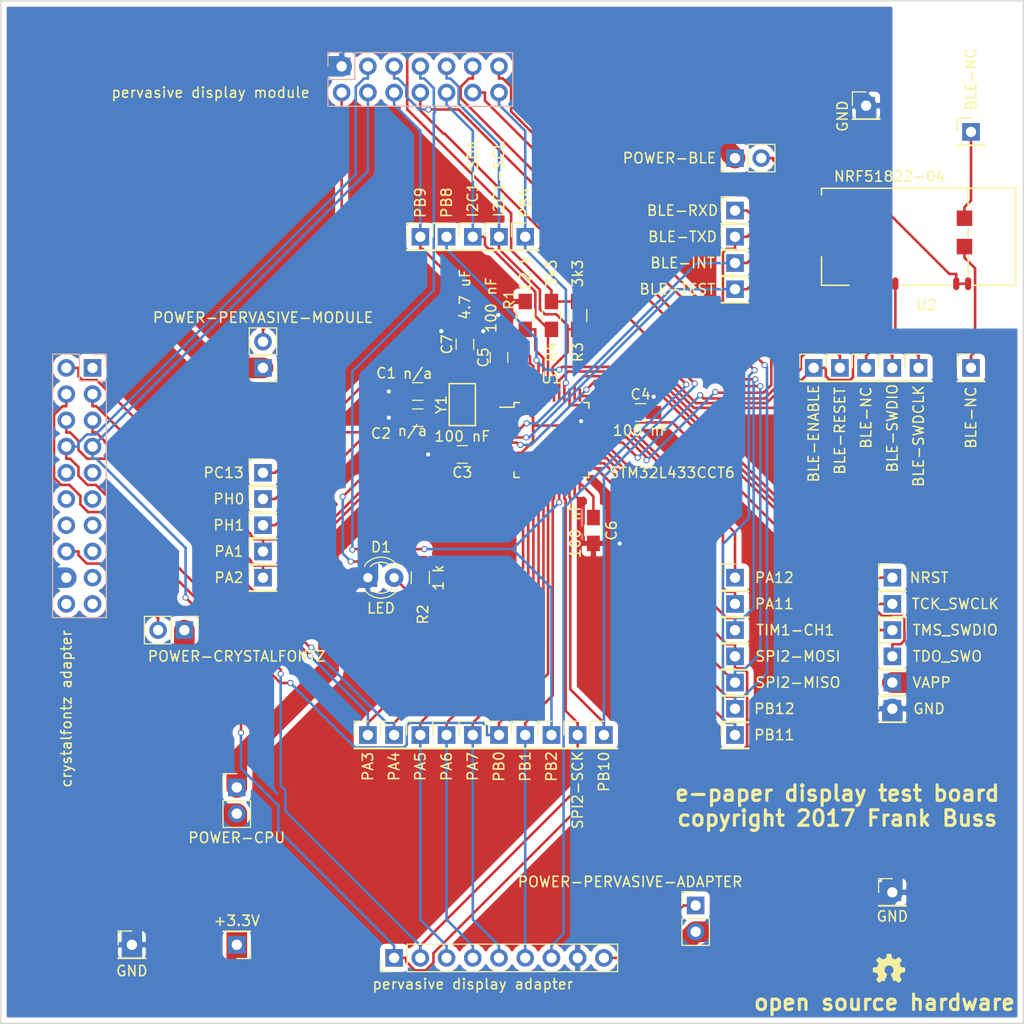
<source format=kicad_pcb>
(kicad_pcb (version 4) (host pcbnew 4.0.6)
  (layers (0 F.Cu signal) (31 B.Cu signal) (34 B.Paste user) (35 F.Paste user) (36 B.SilkS user) (37 F.SilkS user) (38 B.Mask user) (39 F.Mask user) (44 Edge.Cuts user))
  (net 0 "")
  (net 1 "Net-(C1-Pad1)")
  (net 2 GND)
  (net 3 "Net-(C2-Pad1)")
  (net 4 "Net-(C3-Pad1)")
  (net 5 "Net-(D1-Pad2)")
  (net 6 +3V3)
  (net 7 PA1)
  (net 8 PA2)
  (net 9 PA3)
  (net 10 PA4)
  (net 11 PA5)
  (net 12 PA6)
  (net 13 PA7)
  (net 14 PB0)
  (net 15 PB1)
  (net 16 PB2)
  (net 17 PB4)
  (net 18 PB8)
  (net 19 PB9)
  (net 20 PB10)
  (net 21 PB11)
  (net 22 PB12)
  (net 23 PC13)
  (net 24 PH0)
  (net 25 PH1)
  (net 26 SPI2-MOSI)
  (net 27 SPI2-MISO)
  (net 28 SPI2-SCK)
  (net 29 I2C1-SDA)
  (net 30 I2C1-SCL)
  (net 31 TIM1-CH1)
  (net 32 "Net-(J33-Pad1)")
  (net 33 "Net-(J43-Pad1)")
  (net 34 "Net-(J44-Pad1)")
  (net 35 "Net-(J45-Pad1)")
  (net 36 "Net-(J48-Pad1)")
  (net 37 "Net-(J49-Pad1)")
  (net 38 "Net-(J50-Pad1)")
  (net 39 "Net-(R1-Pad1)")
  (net 40 "Net-(R2-Pad2)")
  (net 41 "Net-(J26-Pad2)")
  (net 42 "Net-(J27-Pad1)")
  (net 43 "Net-(J31-Pad1)")
  (net 44 "Net-(J32-Pad1)")
  (net 45 "Net-(J40-Pad16)")
  (net 46 "Net-(J51-Pad2)")
  (net 47 "Net-(J52-Pad1)")
  (net 48 "Net-(J53-Pad1)")
  (net 49 "Net-(J54-Pad1)")
  (net 50 "Net-(J30-Pad1)")
  (net 51 PA11)
  (net 52 PA12)
  (module Capacitors_SMD:C_0805_HandSoldering (layer F.Cu) (at 91.186 73.406 180)
    (fp_text reference C1 (at 3.048 1.778 180) (layer F.SilkS))
    (fp_text value n/a (at 0 1.75 180) (layer F.SilkS))
    (pad 1 smd rect (at -1.25 0 180) (size 1.5 1.25) (layers F.Cu F.Paste F.Mask) (net 1 "Net-(C1-Pad1)"))
    (pad 2 smd rect (at 1.25 0 180) (size 1.5 1.25) (layers F.Cu F.Paste F.Mask) (net 2 GND))
  )
  (module Capacitors_SMD:C_0805_HandSoldering (layer F.Cu) (at 91.186 75.946 180)
    (fp_text reference C2 (at 3.556 -1.524 180) (layer F.SilkS))
    (fp_text value n/a (at 0.508 -1.27 180) (layer F.SilkS))
    (pad 1 smd rect (at -1.25 0 180) (size 1.5 1.25) (layers F.Cu F.Paste F.Mask) (net 3 "Net-(C2-Pad1)"))
    (pad 2 smd rect (at 1.25 0 180) (size 1.5 1.25) (layers F.Cu F.Paste F.Mask) (net 2 GND))
  )
  (module Capacitors_SMD:C_0805_HandSoldering (layer F.Cu) (at 95.504 79.502 180)
    (fp_text reference C3 (at 0 -1.75 180) (layer F.SilkS))
    (fp_text value "100 nF" (at 0 1.75 180) (layer F.SilkS))
    (pad 1 smd rect (at -1.25 0 180) (size 1.5 1.25) (layers F.Cu F.Paste F.Mask) (net 4 "Net-(C3-Pad1)"))
    (pad 2 smd rect (at 1.25 0 180) (size 1.5 1.25) (layers F.Cu F.Paste F.Mask) (net 2 GND))
  )
  (module Capacitors_SMD:C_0805_HandSoldering (layer F.Cu) (at 112.776 75.438)
    (fp_text reference C4 (at 0 -1.75) (layer F.SilkS))
    (fp_text value "100 nF" (at 0 1.75) (layer F.SilkS))
    (pad 1 smd rect (at -1.25 0) (size 1.5 1.25) (layers F.Cu F.Paste F.Mask) (net 4 "Net-(C3-Pad1)"))
    (pad 2 smd rect (at 1.25 0) (size 1.5 1.25) (layers F.Cu F.Paste F.Mask) (net 2 GND))
  )
  (module Capacitors_SMD:C_0805_HandSoldering (layer F.Cu) (at 99.06 70.104 90)
    (fp_text reference C5 (at 0 -1.524 90) (layer F.SilkS))
    (fp_text value "100 nF" (at 5.08 -0.762 90) (layer F.SilkS))
    (pad 1 smd rect (at -1.25 0 90) (size 1.5 1.25) (layers F.Cu F.Paste F.Mask) (net 4 "Net-(C3-Pad1)"))
    (pad 2 smd rect (at 1.25 0 90) (size 1.5 1.25) (layers F.Cu F.Paste F.Mask) (net 2 GND))
  )
  (module Capacitors_SMD:C_0805_HandSoldering (layer F.Cu) (at 108.204 86.868 270)
    (fp_text reference C6 (at 0 -1.75 270) (layer F.SilkS))
    (fp_text value "100 nF" (at 0 1.75 270) (layer F.SilkS))
    (pad 1 smd rect (at -1.25 0 270) (size 1.5 1.25) (layers F.Cu F.Paste F.Mask) (net 4 "Net-(C3-Pad1)"))
    (pad 2 smd rect (at 1.25 0 270) (size 1.5 1.25) (layers F.Cu F.Paste F.Mask) (net 2 GND))
  )
  (module Capacitors_SMD:C_0805_HandSoldering (layer F.Cu) (at 95.758 68.834 90)
    (fp_text reference C7 (at 0 -1.75 90) (layer F.SilkS))
    (fp_text value "4.7 uF" (at 4.826 0 90) (layer F.SilkS))
    (pad 1 smd rect (at -1.25 0 90) (size 1.5 1.25) (layers F.Cu F.Paste F.Mask) (net 4 "Net-(C3-Pad1)"))
    (pad 2 smd rect (at 1.25 0 90) (size 1.5 1.25) (layers F.Cu F.Paste F.Mask) (net 2 GND))
  )
  (module LEDs:LED_D3.0mm (layer F.Cu) (at 86.36 91.44)
    (fp_text reference D1 (at 1.27 -2.96) (layer F.SilkS))
    (fp_text value LED (at 1.27 2.96) (layer F.SilkS))
    (pad 1 thru_hole rect (at 0 0) (size 1.8 1.8) (drill 0.9) (layers *.Cu *.Mask) (net 2 GND))
    (pad 2 thru_hole circle (at 2.54 0) (size 1.8 1.8) (drill 0.9) (layers *.Cu *.Mask) (net 5 "Net-(D1-Pad2)"))
  )
  (module Pin_Headers:Pin_Header_Straight_1x01_Pitch2.54mm (layer F.Cu) (at 76.2 88.9)
    (fp_text reference J1 hide)
    (fp_text value PA1 (at -3.302 0) (layer F.SilkS))
    (pad 1 thru_hole rect (at 0 0) (size 1.7 1.7) (drill 1) (layers *.Cu *.Mask) (net 7 PA1))
  )
  (module Pin_Headers:Pin_Header_Straight_1x01_Pitch2.54mm (layer F.Cu) (at 76.2 91.44)
    (fp_text reference J2 hide)
    (fp_text value PA2 (at -3.302 0) (layer F.SilkS))
    (pad 1 thru_hole rect (at 0 0) (size 1.7 1.7) (drill 1) (layers *.Cu *.Mask) (net 8 PA2))
  )
  (module Pin_Headers:Pin_Header_Straight_1x01_Pitch2.54mm (layer F.Cu) (at 88.9 106.68)
    (fp_text reference J4 hide)
    (fp_text value PA4 (at 0 3.048 90) (layer F.SilkS))
    (pad 1 thru_hole rect (at 0 0) (size 1.7 1.7) (drill 1) (layers *.Cu *.Mask) (net 10 PA4))
  )
  (module Pin_Headers:Pin_Header_Straight_1x01_Pitch2.54mm (layer F.Cu) (at 91.44 106.68)
    (fp_text reference J5 hide)
    (fp_text value PA5 (at 0 3.048 90) (layer F.SilkS))
    (pad 1 thru_hole rect (at 0 0) (size 1.7 1.7) (drill 1) (layers *.Cu *.Mask) (net 11 PA5))
  )
  (module Pin_Headers:Pin_Header_Straight_1x01_Pitch2.54mm (layer F.Cu) (at 93.98 106.68)
    (fp_text reference J6 hide)
    (fp_text value PA6 (at 0 3.048 90) (layer F.SilkS))
    (pad 1 thru_hole rect (at 0 0) (size 1.7 1.7) (drill 1) (layers *.Cu *.Mask) (net 12 PA6))
  )
  (module Pin_Headers:Pin_Header_Straight_1x01_Pitch2.54mm (layer F.Cu) (at 96.52 106.68)
    (fp_text reference J7 hide)
    (fp_text value PA7 (at 0 3.048 90) (layer F.SilkS))
    (pad 1 thru_hole rect (at 0 0) (size 1.7 1.7) (drill 1) (layers *.Cu *.Mask) (net 13 PA7))
  )
  (module Pin_Headers:Pin_Header_Straight_1x01_Pitch2.54mm (layer F.Cu) (at 99.06 106.68)
    (fp_text reference J8 hide)
    (fp_text value PB0 (at 0 3.048 90) (layer F.SilkS))
    (pad 1 thru_hole rect (at 0 0) (size 1.7 1.7) (drill 1) (layers *.Cu *.Mask) (net 14 PB0))
  )
  (module Pin_Headers:Pin_Header_Straight_1x01_Pitch2.54mm (layer F.Cu) (at 101.6 106.68)
    (fp_text reference J9 hide)
    (fp_text value PB1 (at 0 3.048 90) (layer F.SilkS))
    (pad 1 thru_hole rect (at 0 0) (size 1.7 1.7) (drill 1) (layers *.Cu *.Mask) (net 15 PB1))
  )
  (module Pin_Headers:Pin_Header_Straight_1x01_Pitch2.54mm (layer F.Cu) (at 104.14 106.68)
    (fp_text reference J10 hide)
    (fp_text value PB2 (at 0 3.048 90) (layer F.SilkS))
    (pad 1 thru_hole rect (at 0 0) (size 1.7 1.7) (drill 1) (layers *.Cu *.Mask) (net 16 PB2))
  )
  (module Pin_Headers:Pin_Header_Straight_1x01_Pitch2.54mm (layer F.Cu) (at 101.6 58.42)
    (fp_text reference J11 hide)
    (fp_text value PB4 (at 0 -3.302 90) (layer F.SilkS))
    (pad 1 thru_hole rect (at 0 0) (size 1.7 1.7) (drill 1) (layers *.Cu *.Mask) (net 17 PB4))
  )
  (module Pin_Headers:Pin_Header_Straight_1x01_Pitch2.54mm (layer F.Cu) (at 93.98 58.42)
    (fp_text reference J12 hide)
    (fp_text value PB8 (at 0 -3.302 90) (layer F.SilkS))
    (pad 1 thru_hole rect (at 0 0) (size 1.7 1.7) (drill 1) (layers *.Cu *.Mask) (net 18 PB8))
  )
  (module Pin_Headers:Pin_Header_Straight_1x01_Pitch2.54mm (layer F.Cu) (at 91.44 58.42)
    (fp_text reference J13 hide)
    (fp_text value PB9 (at 0 -3.302 90) (layer F.SilkS))
    (pad 1 thru_hole rect (at 0 0) (size 1.7 1.7) (drill 1) (layers *.Cu *.Mask) (net 19 PB9))
  )
  (module Pin_Headers:Pin_Header_Straight_1x01_Pitch2.54mm (layer F.Cu) (at 109.22 106.68)
    (fp_text reference J14 hide)
    (fp_text value PB10 (at 0 3.556 90) (layer F.SilkS))
    (pad 1 thru_hole rect (at 0 0) (size 1.7 1.7) (drill 1) (layers *.Cu *.Mask) (net 20 PB10))
  )
  (module Pin_Headers:Pin_Header_Straight_1x01_Pitch2.54mm (layer F.Cu) (at 121.92 106.68)
    (fp_text reference J15 hide)
    (fp_text value PB11 (at 3.81 0) (layer F.SilkS))
    (pad 1 thru_hole rect (at 0 0) (size 1.7 1.7) (drill 1) (layers *.Cu *.Mask) (net 21 PB11))
  )
  (module Pin_Headers:Pin_Header_Straight_1x01_Pitch2.54mm (layer F.Cu) (at 121.92 104.14)
    (fp_text reference J16 hide)
    (fp_text value PB12 (at 3.81 0) (layer F.SilkS))
    (pad 1 thru_hole rect (at 0 0) (size 1.7 1.7) (drill 1) (layers *.Cu *.Mask) (net 22 PB12))
  )
  (module Pin_Headers:Pin_Header_Straight_1x01_Pitch2.54mm (layer F.Cu) (at 76.2 81.28)
    (fp_text reference J17 hide)
    (fp_text value PC13 (at -3.81 0) (layer F.SilkS))
    (pad 1 thru_hole rect (at 0 0) (size 1.7 1.7) (drill 1) (layers *.Cu *.Mask) (net 23 PC13))
  )
  (module Pin_Headers:Pin_Header_Straight_1x01_Pitch2.54mm (layer F.Cu) (at 76.2 83.82)
    (fp_text reference J18 hide)
    (fp_text value PH0 (at -3.302 0) (layer F.SilkS))
    (pad 1 thru_hole rect (at 0 0) (size 1.7 1.7) (drill 1) (layers *.Cu *.Mask) (net 24 PH0))
  )
  (module Pin_Headers:Pin_Header_Straight_1x01_Pitch2.54mm (layer F.Cu) (at 76.2 86.36)
    (fp_text reference J19 hide)
    (fp_text value PH1 (at -3.302 0) (layer F.SilkS))
    (pad 1 thru_hole rect (at 0 0) (size 1.7 1.7) (drill 1) (layers *.Cu *.Mask) (net 25 PH1))
  )
  (module Pin_Headers:Pin_Header_Straight_1x01_Pitch2.54mm (layer F.Cu) (at 121.92 99.06)
    (fp_text reference J20 hide)
    (fp_text value SPI2-MOSI (at 6.096 0) (layer F.SilkS))
    (pad 1 thru_hole rect (at 0 0) (size 1.7 1.7) (drill 1) (layers *.Cu *.Mask) (net 26 SPI2-MOSI))
  )
  (module Pin_Headers:Pin_Header_Straight_1x01_Pitch2.54mm (layer F.Cu) (at 121.92 101.6)
    (fp_text reference J21 hide)
    (fp_text value SPI2-MISO (at 6.096 0) (layer F.SilkS))
    (pad 1 thru_hole rect (at 0 0) (size 1.7 1.7) (drill 1) (layers *.Cu *.Mask) (net 27 SPI2-MISO))
  )
  (module Pin_Headers:Pin_Header_Straight_1x01_Pitch2.54mm (layer F.Cu) (at 106.68 106.68)
    (fp_text reference J22 hide)
    (fp_text value SPI2-SCK (at 0 5.334 90) (layer F.SilkS))
    (pad 1 thru_hole rect (at 0 0) (size 1.7 1.7) (drill 1) (layers *.Cu *.Mask) (net 28 SPI2-SCK))
  )
  (module Pin_Headers:Pin_Header_Straight_1x01_Pitch2.54mm (layer F.Cu) (at 96.52 58.42)
    (fp_text reference J23 hide)
    (fp_text value I2C1-SDA (at 0 -5.588 90) (layer F.SilkS))
    (pad 1 thru_hole rect (at 0 0) (size 1.7 1.7) (drill 1) (layers *.Cu *.Mask) (net 29 I2C1-SDA))
  )
  (module Pin_Headers:Pin_Header_Straight_1x01_Pitch2.54mm (layer F.Cu) (at 99.06 58.42)
    (fp_text reference J24 hide)
    (fp_text value I2C1-SCL (at 0 -5.588 90) (layer F.SilkS))
    (pad 1 thru_hole rect (at 0 0) (size 1.7 1.7) (drill 1) (layers *.Cu *.Mask) (net 30 I2C1-SCL))
  )
  (module Pin_Headers:Pin_Header_Straight_1x01_Pitch2.54mm (layer F.Cu) (at 121.92 96.52)
    (fp_text reference J25 hide)
    (fp_text value TIM1-CH1 (at 5.842 0) (layer F.SilkS))
    (pad 1 thru_hole rect (at 0 0) (size 1.7 1.7) (drill 1) (layers *.Cu *.Mask) (net 31 TIM1-CH1))
  )
  (module Pin_Headers:Pin_Header_Straight_1x01_Pitch2.54mm (layer F.Cu) (at 137.16 93.98)
    (fp_text reference J31 hide)
    (fp_text value TCK_SWCLK (at 6.096 0) (layer F.SilkS))
    (pad 1 thru_hole rect (at 0 0) (size 1.7 1.7) (drill 1) (layers *.Cu *.Mask) (net 43 "Net-(J31-Pad1)"))
  )
  (module Pin_Headers:Pin_Header_Straight_1x01_Pitch2.54mm (layer F.Cu) (at 137.16 104.14)
    (fp_text reference J39 hide)
    (fp_text value GND (at 3.556 0) (layer F.SilkS))
    (pad 1 thru_hole rect (at 0 0) (size 1.7 1.7) (drill 1) (layers *.Cu *.Mask) (net 2 GND))
  )
  (module Pin_Headers:Pin_Header_Straight_1x01_Pitch2.54mm (layer F.Cu) (at 132.08 71.12)
    (fp_text reference J43 hide)
    (fp_text value BLE-RESET (at 0 6.096 90) (layer F.SilkS))
    (pad 1 thru_hole rect (at 0 0) (size 1.7 1.7) (drill 1) (layers *.Cu *.Mask) (net 33 "Net-(J43-Pad1)"))
  )
  (module Pin_Headers:Pin_Header_Straight_1x01_Pitch2.54mm (layer F.Cu) (at 121.92 55.88)
    (fp_text reference J44 hide)
    (fp_text value BLE-RXD (at -5.08 0) (layer F.SilkS))
    (pad 1 thru_hole rect (at 0 0) (size 1.7 1.7) (drill 1) (layers *.Cu *.Mask) (net 34 "Net-(J44-Pad1)"))
  )
  (module Pin_Headers:Pin_Header_Straight_1x01_Pitch2.54mm (layer F.Cu) (at 121.92 58.42)
    (fp_text reference J45 hide)
    (fp_text value BLE-TXD (at -5.08 0) (layer F.SilkS))
    (pad 1 thru_hole rect (at 0 0) (size 1.7 1.7) (drill 1) (layers *.Cu *.Mask) (net 35 "Net-(J45-Pad1)"))
  )
  (module Pin_Headers:Pin_Header_Straight_1x01_Pitch2.54mm (layer F.Cu) (at 121.92 60.96)
    (fp_text reference J46 hide)
    (fp_text value BLE-INT (at -5.08 0) (layer F.SilkS))
    (pad 1 thru_hole rect (at 0 0) (size 1.7 1.7) (drill 1) (layers *.Cu *.Mask) (net 24 PH0))
  )
  (module Pin_Headers:Pin_Header_Straight_1x01_Pitch2.54mm (layer F.Cu) (at 129.54 71.12)
    (fp_text reference J48 hide)
    (fp_text value BLE-ENABLE (at 0 6.35 90) (layer F.SilkS))
    (pad 1 thru_hole rect (at 0 0) (size 1.7 1.7) (drill 1) (layers *.Cu *.Mask) (net 36 "Net-(J48-Pad1)"))
  )
  (module Pin_Headers:Pin_Header_Straight_1x01_Pitch2.54mm (layer F.Cu) (at 134.62 71.12)
    (fp_text reference J49 hide)
    (fp_text value BLE-NC (at 0 4.826 90) (layer F.SilkS))
    (pad 1 thru_hole rect (at 0 0) (size 1.7 1.7) (drill 1) (layers *.Cu *.Mask) (net 37 "Net-(J49-Pad1)"))
  )
  (module Pin_Headers:Pin_Header_Straight_1x01_Pitch2.54mm (layer F.Cu) (at 144.78 71.12)
    (fp_text reference J50 hide)
    (fp_text value BLE-NC (at 0 4.826 90) (layer F.SilkS))
    (pad 1 thru_hole rect (at 0 0) (size 1.7 1.7) (drill 1) (layers *.Cu *.Mask) (net 38 "Net-(J50-Pad1)"))
  )
  (module Resistors_SMD:R_0805_HandSoldering (layer F.Cu) (at 101.6 66.04 90)
    (fp_text reference R1 (at 1.524 -1.524 90) (layer F.SilkS))
    (fp_text value "12 k" (at 4.064 0 90) (layer F.SilkS))
    (pad 1 smd rect (at -1.35 0 90) (size 1.5 1.3) (layers F.Cu F.Paste F.Mask) (net 39 "Net-(R1-Pad1)"))
    (pad 2 smd rect (at 1.35 0 90) (size 1.5 1.3) (layers F.Cu F.Paste F.Mask) (net 2 GND))
  )
  (module Resistors_SMD:R_0805_HandSoldering (layer F.Cu) (at 91.44 91.44 90)
    (fp_text reference R2 (at -3.556 0.254 90) (layer F.SilkS))
    (fp_text value "1 k" (at 0 1.75 90) (layer F.SilkS))
    (pad 1 smd rect (at -1.35 0 90) (size 1.5 1.3) (layers F.Cu F.Paste F.Mask) (net 5 "Net-(D1-Pad2)"))
    (pad 2 smd rect (at 1.35 0 90) (size 1.5 1.3) (layers F.Cu F.Paste F.Mask) (net 40 "Net-(R2-Pad2)"))
  )
  (module Resistors_SMD:R_0805_HandSoldering (layer F.Cu) (at 106.68 66.04 90)
    (fp_text reference R3 (at -3.556 0 90) (layer F.SilkS))
    (fp_text value 3k3 (at 4.064 0 90) (layer F.SilkS))
    (pad 1 smd rect (at -1.35 0 90) (size 1.5 1.3) (layers F.Cu F.Paste F.Mask) (net 30 I2C1-SCL))
    (pad 2 smd rect (at 1.35 0 90) (size 1.5 1.3) (layers F.Cu F.Paste F.Mask) (net 6 +3V3))
  )
  (module Resistors_SMD:R_0805_HandSoldering (layer F.Cu) (at 104.14 66.04 90)
    (fp_text reference R4 (at -3.556 0 90) (layer F.SilkS))
    (fp_text value 3k3 (at 4.064 0 90) (layer F.SilkS))
    (pad 1 smd rect (at -1.35 0 90) (size 1.5 1.3) (layers F.Cu F.Paste F.Mask) (net 29 I2C1-SDA))
    (pad 2 smd rect (at 1.35 0 90) (size 1.5 1.3) (layers F.Cu F.Paste F.Mask) (net 6 +3V3))
  )
  (module Housings_QFP:LQFP-48_7x7mm_Pitch0.5mm (layer F.Cu) (at 104.14 78.105)
    (fp_text reference U1 (at 0 -6) (layer F.SilkS))
    (fp_text value STM32L433CCT6 (at 11.684 3.175) (layer F.SilkS))
    (pad 1 smd rect (at -4.35 -2.75) (size 1.3 0.25) (layers F.Cu F.Paste F.Mask) (net 4 "Net-(C3-Pad1)"))
    (pad 2 smd rect (at -4.35 -2.25) (size 1.3 0.25) (layers F.Cu F.Paste F.Mask) (net 23 PC13))
    (pad 3 smd rect (at -4.35 -1.75) (size 1.3 0.25) (layers F.Cu F.Paste F.Mask) (net 1 "Net-(C1-Pad1)"))
    (pad 4 smd rect (at -4.35 -1.25) (size 1.3 0.25) (layers F.Cu F.Paste F.Mask) (net 3 "Net-(C2-Pad1)"))
    (pad 5 smd rect (at -4.35 -0.75) (size 1.3 0.25) (layers F.Cu F.Paste F.Mask) (net 24 PH0))
    (pad 6 smd rect (at -4.35 -0.25) (size 1.3 0.25) (layers F.Cu F.Paste F.Mask) (net 25 PH1))
    (pad 7 smd rect (at -4.35 0.25) (size 1.3 0.25) (layers F.Cu F.Paste F.Mask) (net 50 "Net-(J30-Pad1)"))
    (pad 8 smd rect (at -4.35 0.75) (size 1.3 0.25) (layers F.Cu F.Paste F.Mask) (net 2 GND))
    (pad 9 smd rect (at -4.35 1.25) (size 1.3 0.25) (layers F.Cu F.Paste F.Mask) (net 4 "Net-(C3-Pad1)"))
    (pad 10 smd rect (at -4.35 1.75) (size 1.3 0.25) (layers F.Cu F.Paste F.Mask) (net 40 "Net-(R2-Pad2)"))
    (pad 11 smd rect (at -4.35 2.25) (size 1.3 0.25) (layers F.Cu F.Paste F.Mask) (net 7 PA1))
    (pad 12 smd rect (at -4.35 2.75) (size 1.3 0.25) (layers F.Cu F.Paste F.Mask) (net 8 PA2))
    (pad 13 smd rect (at -2.75 4.35 90) (size 1.3 0.25) (layers F.Cu F.Paste F.Mask) (net 9 PA3))
    (pad 14 smd rect (at -2.25 4.35 90) (size 1.3 0.25) (layers F.Cu F.Paste F.Mask) (net 10 PA4))
    (pad 15 smd rect (at -1.75 4.35 90) (size 1.3 0.25) (layers F.Cu F.Paste F.Mask) (net 11 PA5))
    (pad 16 smd rect (at -1.25 4.35 90) (size 1.3 0.25) (layers F.Cu F.Paste F.Mask) (net 12 PA6))
    (pad 17 smd rect (at -0.75 4.35 90) (size 1.3 0.25) (layers F.Cu F.Paste F.Mask) (net 13 PA7))
    (pad 18 smd rect (at -0.25 4.35 90) (size 1.3 0.25) (layers F.Cu F.Paste F.Mask) (net 14 PB0))
    (pad 19 smd rect (at 0.25 4.35 90) (size 1.3 0.25) (layers F.Cu F.Paste F.Mask) (net 15 PB1))
    (pad 20 smd rect (at 0.75 4.35 90) (size 1.3 0.25) (layers F.Cu F.Paste F.Mask) (net 16 PB2))
    (pad 21 smd rect (at 1.25 4.35 90) (size 1.3 0.25) (layers F.Cu F.Paste F.Mask) (net 28 SPI2-SCK))
    (pad 22 smd rect (at 1.75 4.35 90) (size 1.3 0.25) (layers F.Cu F.Paste F.Mask) (net 20 PB10))
    (pad 23 smd rect (at 2.25 4.35 90) (size 1.3 0.25) (layers F.Cu F.Paste F.Mask) (net 2 GND))
    (pad 24 smd rect (at 2.75 4.35 90) (size 1.3 0.25) (layers F.Cu F.Paste F.Mask) (net 4 "Net-(C3-Pad1)"))
    (pad 25 smd rect (at 4.35 2.75) (size 1.3 0.25) (layers F.Cu F.Paste F.Mask) (net 21 PB11))
    (pad 26 smd rect (at 4.35 2.25) (size 1.3 0.25) (layers F.Cu F.Paste F.Mask) (net 22 PB12))
    (pad 27 smd rect (at 4.35 1.75) (size 1.3 0.25) (layers F.Cu F.Paste F.Mask) (net 27 SPI2-MISO))
    (pad 28 smd rect (at 4.35 1.25) (size 1.3 0.25) (layers F.Cu F.Paste F.Mask) (net 26 SPI2-MOSI))
    (pad 29 smd rect (at 4.35 0.75) (size 1.3 0.25) (layers F.Cu F.Paste F.Mask) (net 31 TIM1-CH1))
    (pad 30 smd rect (at 4.35 0.25) (size 1.3 0.25) (layers F.Cu F.Paste F.Mask) (net 34 "Net-(J44-Pad1)"))
    (pad 31 smd rect (at 4.35 -0.25) (size 1.3 0.25) (layers F.Cu F.Paste F.Mask) (net 35 "Net-(J45-Pad1)"))
    (pad 32 smd rect (at 4.35 -0.75) (size 1.3 0.25) (layers F.Cu F.Paste F.Mask) (net 51 PA11))
    (pad 33 smd rect (at 4.35 -1.25) (size 1.3 0.25) (layers F.Cu F.Paste F.Mask) (net 52 PA12))
    (pad 34 smd rect (at 4.35 -1.75) (size 1.3 0.25) (layers F.Cu F.Paste F.Mask) (net 44 "Net-(J32-Pad1)"))
    (pad 35 smd rect (at 4.35 -2.25) (size 1.3 0.25) (layers F.Cu F.Paste F.Mask) (net 2 GND))
    (pad 36 smd rect (at 4.35 -2.75) (size 1.3 0.25) (layers F.Cu F.Paste F.Mask) (net 4 "Net-(C3-Pad1)"))
    (pad 37 smd rect (at 2.75 -4.35 90) (size 1.3 0.25) (layers F.Cu F.Paste F.Mask) (net 43 "Net-(J31-Pad1)"))
    (pad 38 smd rect (at 2.25 -4.35 90) (size 1.3 0.25) (layers F.Cu F.Paste F.Mask) (net 36 "Net-(J48-Pad1)"))
    (pad 39 smd rect (at 1.75 -4.35 90) (size 1.3 0.25) (layers F.Cu F.Paste F.Mask) (net 32 "Net-(J33-Pad1)"))
    (pad 40 smd rect (at 1.25 -4.35 90) (size 1.3 0.25) (layers F.Cu F.Paste F.Mask) (net 17 PB4))
    (pad 41 smd rect (at 0.75 -4.35 90) (size 1.3 0.25) (layers F.Cu F.Paste F.Mask) (net 33 "Net-(J43-Pad1)"))
    (pad 42 smd rect (at 0.25 -4.35 90) (size 1.3 0.25) (layers F.Cu F.Paste F.Mask) (net 30 I2C1-SCL))
    (pad 43 smd rect (at -0.25 -4.35 90) (size 1.3 0.25) (layers F.Cu F.Paste F.Mask) (net 29 I2C1-SDA))
    (pad 44 smd rect (at -0.75 -4.35 90) (size 1.3 0.25) (layers F.Cu F.Paste F.Mask) (net 39 "Net-(R1-Pad1)"))
    (pad 45 smd rect (at -1.25 -4.35 90) (size 1.3 0.25) (layers F.Cu F.Paste F.Mask) (net 18 PB8))
    (pad 46 smd rect (at -1.75 -4.35 90) (size 1.3 0.25) (layers F.Cu F.Paste F.Mask) (net 19 PB9))
    (pad 47 smd rect (at -2.25 -4.35 90) (size 1.3 0.25) (layers F.Cu F.Paste F.Mask) (net 2 GND))
    (pad 48 smd rect (at -2.75 -4.35 90) (size 1.3 0.25) (layers F.Cu F.Paste F.Mask) (net 4 "Net-(C3-Pad1)"))
  )
  (module NRF51822-04:NRF51822-04 (layer F.Cu) (at 139.7 58.42)
    (fp_text reference U2 (at 0.762 6.604 180) (layer F.SilkS))
    (fp_text value NRF51822-04 (at -2.794 -5.842) (layer F.SilkS))
    (pad 1 smd oval (at -9.25 -3.55) (size 1.25 0.6) (layers F.Cu F.Paste F.Mask) (net 46 "Net-(J51-Pad2)"))
    (pad 2 smd oval (at -9.25 -2.55) (size 1.25 0.6) (layers F.Cu F.Paste F.Mask) (net 2 GND))
    (pad 3 smd oval (at -9.25 -1.55) (size 1.25 0.6) (layers F.Cu F.Paste F.Mask) (net 34 "Net-(J44-Pad1)"))
    (pad 4 smd oval (at -9.25 -0.55) (size 1.25 0.6) (layers F.Cu F.Paste F.Mask) (net 35 "Net-(J45-Pad1)"))
    (pad 5 smd oval (at -9.25 0.45) (size 1.25 0.6) (layers F.Cu F.Paste F.Mask) (net 24 PH0))
    (pad 6 smd oval (at -9.25 1.45) (size 1.25 0.6) (layers F.Cu F.Paste F.Mask) (net 25 PH1))
    (pad 7 smd oval (at -6.25 4.55 90) (size 1.25 0.6) (layers F.Cu F.Paste F.Mask) (net 36 "Net-(J48-Pad1)"))
    (pad 8 smd oval (at -5.25 4.55 90) (size 1.25 0.6) (layers F.Cu F.Paste F.Mask) (net 33 "Net-(J43-Pad1)"))
    (pad 9 smd oval (at -4.25 4.55 90) (size 1.25 0.6) (layers F.Cu F.Paste F.Mask) (net 37 "Net-(J49-Pad1)"))
    (pad 10 smd oval (at -3.25 4.55 90) (size 1.25 0.6) (layers F.Cu F.Paste F.Mask) (net 49 "Net-(J54-Pad1)"))
    (pad 11 smd oval (at -2.25 4.55 90) (size 1.25 0.6) (layers F.Cu F.Paste F.Mask) (net 48 "Net-(J53-Pad1)"))
    (pad 12 smd oval (at 3.65 4.55 90) (size 1.25 0.6) (layers F.Cu F.Paste F.Mask) (net 2 GND))
    (pad 13 smd oval (at 4.8 4.55 90) (size 1.25 0.6) (layers F.Cu F.Paste F.Mask) (net 2 GND))
    (pad 14 smd rect (at 4.445 0.95) (size 1.5 1.5) (layers F.Cu F.Paste F.Mask) (net 38 "Net-(J50-Pad1)"))
    (pad 15 smd rect (at 4.445 -1.8) (size 1.5 1.5) (layers F.Cu F.Paste F.Mask) (net 47 "Net-(J52-Pad1)"))
  )
  (module crystal:crystal (layer F.Cu) (at 95.504 74.676 270)
    (fp_text reference Y1 (at 0 2.032 270) (layer F.SilkS))
    (fp_text value "32.768 kHz" hide)
    (pad 1 smd rect (at -1.25 0 270) (size 1 1.8) (layers F.Cu F.Paste F.Mask) (net 1 "Net-(C1-Pad1)"))
    (pad 2 smd rect (at 1.25 0 270) (size 1 1.8) (layers F.Cu F.Paste F.Mask) (net 3 "Net-(C2-Pad1)"))
  )
  (module Pin_Headers:Pin_Header_Straight_1x01_Pitch2.54mm (layer F.Cu) (at 144.78 48.26)
    (fp_text reference J52 hide)
    (fp_text value BLE-NC (at 0 -5.08 90) (layer F.SilkS))
    (pad 1 thru_hole rect (at 0 0) (size 1.7 1.7) (drill 1) (layers *.Cu *.Mask) (net 47 "Net-(J52-Pad1)"))
  )
  (module Pin_Headers:Pin_Header_Straight_1x01_Pitch2.54mm (layer F.Cu) (at 139.7 71.12)
    (fp_text reference J53 hide)
    (fp_text value BLE-SWDCLK (at 0 6.604 90) (layer F.SilkS))
    (pad 1 thru_hole rect (at 0 0) (size 1.7 1.7) (drill 1) (layers *.Cu *.Mask) (net 48 "Net-(J53-Pad1)"))
  )
  (module Pin_Headers:Pin_Header_Straight_1x01_Pitch2.54mm (layer F.Cu) (at 137.16 71.12)
    (fp_text reference J54 hide)
    (fp_text value BLE-SWDIO (at 0 5.842 90) (layer F.SilkS))
    (pad 1 thru_hole rect (at 0 0) (size 1.7 1.7) (drill 1) (layers *.Cu *.Mask) (net 49 "Net-(J54-Pad1)"))
  )
  (module Pin_Headers:Pin_Header_Straight_2x07_Pitch2.54mm (layer B.Cu) (at 83.82 41.91 270)
    (fp_text reference J26 hide)
    (fp_text value "pervasive display module" (at 2.54 12.7 360) (layer F.SilkS))
    (pad 1 thru_hole rect (at 0 0 270) (size 1.7 1.7) (drill 1) (layers *.Cu *.Mask) (net 2 GND))
    (pad 2 thru_hole oval (at 2.54 0 270) (size 1.7 1.7) (drill 1) (layers *.Cu *.Mask) (net 41 "Net-(J26-Pad2)"))
    (pad 3 thru_hole oval (at 0 -2.54 270) (size 1.7 1.7) (drill 1) (layers *.Cu *.Mask) (net 28 SPI2-SCK))
    (pad 4 thru_hole oval (at 2.54 -2.54 270) (size 1.7 1.7) (drill 1) (layers *.Cu *.Mask) (net 26 SPI2-MOSI))
    (pad 5 thru_hole oval (at 0 -5.08 270) (size 1.7 1.7) (drill 1) (layers *.Cu *.Mask) (net 27 SPI2-MISO))
    (pad 6 thru_hole oval (at 2.54 -5.08 270) (size 1.7 1.7) (drill 1) (layers *.Cu *.Mask) (net 19 PB9))
    (pad 7 thru_hole oval (at 0 -7.62 270) (size 1.7 1.7) (drill 1) (layers *.Cu *.Mask) (net 16 PB2))
    (pad 8 thru_hole oval (at 2.54 -7.62 270) (size 1.7 1.7) (drill 1) (layers *.Cu *.Mask) (net 20 PB10))
    (pad 9 thru_hole oval (at 0 -10.16 270) (size 1.7 1.7) (drill 1) (layers *.Cu *.Mask) (net 30 I2C1-SCL))
    (pad 10 thru_hole oval (at 2.54 -10.16 270) (size 1.7 1.7) (drill 1) (layers *.Cu *.Mask) (net 29 I2C1-SDA))
    (pad 11 thru_hole oval (at 0 -12.7 270) (size 1.7 1.7) (drill 1) (layers *.Cu *.Mask) (net 31 TIM1-CH1))
    (pad 12 thru_hole oval (at 2.54 -12.7 270) (size 1.7 1.7) (drill 1) (layers *.Cu *.Mask) (net 21 PB11))
    (pad 13 thru_hole oval (at 0 -15.24 270) (size 1.7 1.7) (drill 1) (layers *.Cu *.Mask) (net 22 PB12))
    (pad 14 thru_hole oval (at 2.54 -15.24 270) (size 1.7 1.7) (drill 1) (layers *.Cu *.Mask) (net 17 PB4))
  )
  (module Pin_Headers:Pin_Header_Straight_1x02_Pitch2.54mm (layer F.Cu) (at 118.11 123.19)
    (fp_text reference J27 hide)
    (fp_text value POWER-PERVASIVE-ADAPTER (at -6.35 -2.286) (layer F.SilkS))
    (pad 1 thru_hole rect (at 0 0) (size 1.7 1.7) (drill 1) (layers *.Cu *.Mask) (net 42 "Net-(J27-Pad1)"))
    (pad 2 thru_hole oval (at 0 2.54) (size 1.7 1.7) (drill 1) (layers *.Cu *.Mask) (net 6 +3V3))
  )
  (module Pin_Headers:Pin_Header_Straight_1x09_Pitch2.54mm (layer F.Cu) (at 88.9 128.27 90)
    (fp_text reference J28 hide)
    (fp_text value "pervasive display adapter" (at -2.54 7.62 180) (layer F.SilkS))
    (pad 1 thru_hole rect (at 0 0 90) (size 1.7 1.7) (drill 1) (layers *.Cu *.Mask) (net 26 SPI2-MOSI))
    (pad 2 thru_hole oval (at 0 2.54 90) (size 1.7 1.7) (drill 1) (layers *.Cu *.Mask) (net 28 SPI2-SCK))
    (pad 3 thru_hole oval (at 0 5.08 90) (size 1.7 1.7) (drill 1) (layers *.Cu *.Mask) (net 11 PA5))
    (pad 4 thru_hole oval (at 0 7.62 90) (size 1.7 1.7) (drill 1) (layers *.Cu *.Mask) (net 12 PA6))
    (pad 5 thru_hole oval (at 0 10.16 90) (size 1.7 1.7) (drill 1) (layers *.Cu *.Mask) (net 13 PA7))
    (pad 6 thru_hole oval (at 0 12.7 90) (size 1.7 1.7) (drill 1) (layers *.Cu *.Mask) (net 15 PB1))
    (pad 7 thru_hole oval (at 0 15.24 90) (size 1.7 1.7) (drill 1) (layers *.Cu *.Mask) (net 18 PB8))
    (pad 8 thru_hole oval (at 0 17.78 90) (size 1.7 1.7) (drill 1) (layers *.Cu *.Mask) (net 2 GND))
    (pad 9 thru_hole oval (at 0 20.32 90) (size 1.7 1.7) (drill 1) (layers *.Cu *.Mask) (net 42 "Net-(J27-Pad1)"))
  )
  (module Pin_Headers:Pin_Header_Straight_1x02_Pitch2.54mm (layer F.Cu) (at 76.2 71.12 180)
    (fp_text reference J29 hide)
    (fp_text value POWER-PERVASIVE-MODULE (at 0 4.87 180) (layer F.SilkS))
    (pad 1 thru_hole rect (at 0 0 180) (size 1.7 1.7) (drill 1) (layers *.Cu *.Mask) (net 6 +3V3))
    (pad 2 thru_hole oval (at 0 2.54 180) (size 1.7 1.7) (drill 1) (layers *.Cu *.Mask) (net 41 "Net-(J26-Pad2)"))
  )
  (module Pin_Headers:Pin_Header_Straight_1x01_Pitch2.54mm (layer F.Cu) (at 137.16 96.52 270)
    (fp_text reference J32 hide)
    (fp_text value TMS_SWDIO (at 0 -6.096 360) (layer F.SilkS))
    (pad 1 thru_hole rect (at 0 0 270) (size 1.7 1.7) (drill 1) (layers *.Cu *.Mask) (net 44 "Net-(J32-Pad1)"))
  )
  (module Pin_Headers:Pin_Header_Straight_1x01_Pitch2.54mm (layer F.Cu) (at 137.16 99.06)
    (fp_text reference J33 hide)
    (fp_text value TDO_SWO (at 5.334 0) (layer F.SilkS))
    (pad 1 thru_hole rect (at 0 0) (size 1.7 1.7) (drill 1) (layers *.Cu *.Mask) (net 32 "Net-(J33-Pad1)"))
  )
  (module Pin_Headers:Pin_Header_Straight_1x01_Pitch2.54mm (layer F.Cu) (at 137.16 101.6)
    (fp_text reference J34 hide)
    (fp_text value VAPP (at 3.81 0) (layer F.SilkS))
    (pad 1 thru_hole rect (at 0 0) (size 1.7 1.7) (drill 1) (layers *.Cu *.Mask) (net 6 +3V3))
  )
  (module Pin_Headers:Pin_Header_Straight_1x01_Pitch2.54mm (layer F.Cu) (at 137.16 121.92)
    (fp_text reference J35 hide)
    (fp_text value GND (at 0 2.33) (layer F.SilkS))
    (pad 1 thru_hole rect (at 0 0) (size 1.7 1.7) (drill 1) (layers *.Cu *.Mask) (net 2 GND))
  )
  (module Pin_Headers:Pin_Header_Straight_1x01_Pitch2.54mm (layer F.Cu) (at 73.66 127 180)
    (fp_text reference J36 hide)
    (fp_text value +3.3V (at 0 2.33 180) (layer F.SilkS))
    (pad 1 thru_hole rect (at 0 0 180) (size 1.7 1.7) (drill 1) (layers *.Cu *.Mask) (net 6 +3V3))
  )
  (module Pin_Headers:Pin_Header_Straight_1x01_Pitch2.54mm (layer F.Cu) (at 63.5 127)
    (fp_text reference J37 hide)
    (fp_text value GND (at 0 2.54) (layer F.SilkS))
    (pad 1 thru_hole rect (at 0 0) (size 1.7 1.7) (drill 1) (layers *.Cu *.Mask) (net 2 GND))
  )
  (module Pin_Headers:Pin_Header_Straight_1x01_Pitch2.54mm (layer F.Cu) (at 134.62 45.72)
    (fp_text reference J38 hide)
    (fp_text value GND (at -2.286 1.016 90) (layer F.SilkS))
    (pad 1 thru_hole rect (at 0 0) (size 1.7 1.7) (drill 1) (layers *.Cu *.Mask) (net 2 GND))
  )
  (module Pin_Headers:Pin_Header_Straight_2x10_Pitch2.54mm (layer B.Cu) (at 59.69 71.12 180)
    (fp_text reference J40 hide)
    (fp_text value "crystalfontz adapter" (at 2.54 -33.02 270) (layer F.SilkS))
    (pad 1 thru_hole rect (at 0 0 180) (size 1.7 1.7) (drill 1) (layers *.Cu *.Mask))
    (pad 2 thru_hole oval (at 2.54 0 180) (size 1.7 1.7) (drill 1) (layers *.Cu *.Mask) (net 7 PA1))
    (pad 3 thru_hole oval (at 0 -2.54 180) (size 1.7 1.7) (drill 1) (layers *.Cu *.Mask) (net 8 PA2))
    (pad 4 thru_hole oval (at 2.54 -2.54 180) (size 1.7 1.7) (drill 1) (layers *.Cu *.Mask) (net 14 PB0))
    (pad 5 thru_hole oval (at 0 -5.08 180) (size 1.7 1.7) (drill 1) (layers *.Cu *.Mask) (net 10 PA4))
    (pad 6 thru_hole oval (at 2.54 -5.08 180) (size 1.7 1.7) (drill 1) (layers *.Cu *.Mask) (net 9 PA3))
    (pad 7 thru_hole oval (at 0 -7.62 180) (size 1.7 1.7) (drill 1) (layers *.Cu *.Mask) (net 26 SPI2-MOSI))
    (pad 8 thru_hole oval (at 2.54 -7.62 180) (size 1.7 1.7) (drill 1) (layers *.Cu *.Mask) (net 28 SPI2-SCK))
    (pad 9 thru_hole oval (at 0 -10.16 180) (size 1.7 1.7) (drill 1) (layers *.Cu *.Mask))
    (pad 10 thru_hole oval (at 2.54 -10.16 180) (size 1.7 1.7) (drill 1) (layers *.Cu *.Mask))
    (pad 11 thru_hole oval (at 0 -12.7 180) (size 1.7 1.7) (drill 1) (layers *.Cu *.Mask))
    (pad 12 thru_hole oval (at 2.54 -12.7 180) (size 1.7 1.7) (drill 1) (layers *.Cu *.Mask))
    (pad 13 thru_hole oval (at 0 -15.24 180) (size 1.7 1.7) (drill 1) (layers *.Cu *.Mask))
    (pad 14 thru_hole oval (at 2.54 -15.24 180) (size 1.7 1.7) (drill 1) (layers *.Cu *.Mask))
    (pad 15 thru_hole oval (at 0 -17.78 180) (size 1.7 1.7) (drill 1) (layers *.Cu *.Mask))
    (pad 16 thru_hole oval (at 2.54 -17.78 180) (size 1.7 1.7) (drill 1) (layers *.Cu *.Mask) (net 45 "Net-(J40-Pad16)"))
    (pad 17 thru_hole oval (at 0 -20.32 180) (size 1.7 1.7) (drill 1) (layers *.Cu *.Mask))
    (pad 18 thru_hole oval (at 2.54 -20.32 180) (size 1.7 1.7) (drill 1) (layers *.Cu *.Mask) (net 2 GND))
    (pad 19 thru_hole oval (at 0 -22.86 180) (size 1.7 1.7) (drill 1) (layers *.Cu *.Mask))
    (pad 20 thru_hole oval (at 2.54 -22.86 180) (size 1.7 1.7) (drill 1) (layers *.Cu *.Mask))
  )
  (module Pin_Headers:Pin_Header_Straight_1x02_Pitch2.54mm (layer F.Cu) (at 68.58 96.52 270)
    (fp_text reference J41 hide)
    (fp_text value POWER-CRYSTALFONTZ (at 2.54 -5.08 360) (layer F.SilkS))
    (pad 1 thru_hole rect (at 0 0 270) (size 1.7 1.7) (drill 1) (layers *.Cu *.Mask) (net 6 +3V3))
    (pad 2 thru_hole oval (at 0 2.54 270) (size 1.7 1.7) (drill 1) (layers *.Cu *.Mask) (net 45 "Net-(J40-Pad16)"))
  )
  (module Pin_Headers:Pin_Header_Straight_1x02_Pitch2.54mm (layer F.Cu) (at 73.66 111.76)
    (fp_text reference J42 hide)
    (fp_text value POWER-CPU (at 0 4.87) (layer F.SilkS))
    (pad 1 thru_hole rect (at 0 0) (size 1.7 1.7) (drill 1) (layers *.Cu *.Mask) (net 4 "Net-(C3-Pad1)"))
    (pad 2 thru_hole oval (at 0 2.54) (size 1.7 1.7) (drill 1) (layers *.Cu *.Mask) (net 6 +3V3))
  )
  (module Pin_Headers:Pin_Header_Straight_1x01_Pitch2.54mm (layer F.Cu) (at 121.92 63.5)
    (fp_text reference J47 hide)
    (fp_text value BLE-TEST (at -5.588 0) (layer F.SilkS))
    (pad 1 thru_hole rect (at 0 0) (size 1.7 1.7) (drill 1) (layers *.Cu *.Mask) (net 25 PH1))
  )
  (module Pin_Headers:Pin_Header_Straight_1x02_Pitch2.54mm (layer F.Cu) (at 121.92 50.8 90)
    (fp_text reference J51 hide)
    (fp_text value POWER-BLE (at 0 -6.35 180) (layer F.SilkS))
    (pad 1 thru_hole rect (at 0 0 90) (size 1.7 1.7) (drill 1) (layers *.Cu *.Mask) (net 6 +3V3))
    (pad 2 thru_hole oval (at 0 2.54 90) (size 1.7 1.7) (drill 1) (layers *.Cu *.Mask) (net 46 "Net-(J51-Pad2)"))
  )
  (module Pin_Headers:Pin_Header_Straight_1x01_Pitch2.54mm (layer F.Cu) (at 137.16 91.44)
    (fp_text reference J30 hide)
    (fp_text value NRST (at 3.556 0) (layer F.SilkS))
    (pad 1 thru_hole rect (at 0 0) (size 1.7 1.7) (drill 1) (layers *.Cu *.Mask) (net 50 "Net-(J30-Pad1)"))
  )
  (module Pin_Headers:Pin_Header_Straight_1x01_Pitch2.54mm (layer F.Cu) (at 86.36 106.68)
    (fp_text reference J3 hide)
    (fp_text value PA3 (at 0 3.048 90) (layer F.SilkS))
    (pad 1 thru_hole rect (at 0 0) (size 1.7 1.7) (drill 1) (layers *.Cu *.Mask) (net 9 PA3))
  )
  (module Pin_Headers:Pin_Header_Straight_1x01_Pitch2.54mm (layer F.Cu) (at 121.92 93.98)
    (fp_text reference J55 hide)
    (fp_text value PA11 (at 3.81 0) (layer F.SilkS))
    (pad 1 thru_hole rect (at 0 0) (size 1.7 1.7) (drill 1) (layers *.Cu *.Mask) (net 51 PA11))
  )
  (module Pin_Headers:Pin_Header_Straight_1x01_Pitch2.54mm (layer F.Cu) (at 121.92 91.44)
    (fp_text reference J56 hide)
    (fp_text value PA12 (at 3.81 0) (layer F.SilkS))
    (pad 1 thru_hole rect (at 0 0) (size 1.7 1.7) (drill 1) (layers *.Cu *.Mask) (net 52 PA12))
  )
  (module osh:oshw (layer F.Cu) (at 136.906 129.286)
    (fp_text reference G*** hide)
    (fp_text value LOGO hide)
  )
  (gr_text "open source hardware" (at 136.398 132.588) (layer F.SilkS) (effects (font (size 1.5 1.5) (thickness 0.3))))
  (gr_text "e-paper display test board\ncopyright 2017 Frank Buss" (at 131.826 113.538) (layer F.SilkS) (effects (font (size 1.5 1.5) (thickness 0.3))))
  (gr_line (start 50.8 134.62) (end 50.8 35.56) (angle 90) (layer Edge.Cuts) (width 0.15))
  (gr_line (start 149.86 134.62) (end 50.8 134.62) (angle 90) (layer Edge.Cuts) (width 0.15))
  (gr_line (start 149.86 35.56) (end 149.86 134.62) (angle 90) (layer Edge.Cuts) (width 0.15))
  (gr_line (start 50.8 35.56) (end 149.86 35.56) (angle 90) (layer Edge.Cuts) (width 0.15))
  (segment (start 95.504 73.406) (end 94.996 73.426) (width 0.3) (layer F.Cu) (net 1))
  (segment (start 95.504 73.426) (end 94.996 73.426) (width 0.25) (layer F.Cu) (net 1))
  (segment (start 92.456 73.426) (end 92.436 73.406) (width 0.25) (layer F.Cu) (net 1))
  (segment (start 94.996 73.426) (end 92.456 73.426) (width 0.25) (layer F.Cu) (net 1))
  (segment (start 95.524 73.426) (end 95.504 73.426) (width 0.25) (layer F.Cu) (net 1))
  (segment (start 95.504 73.426) (end 94.996 73.426) (width 0.25) (layer F.Cu) (net 1))
  (segment (start 96.794 73.426) (end 95.524 73.426) (width 0.25) (layer F.Cu) (net 1))
  (segment (start 97.282 73.914) (end 96.794 73.426) (width 0.25) (layer F.Cu) (net 1))
  (segment (start 97.282 74.93) (end 97.282 73.914) (width 0.25) (layer F.Cu) (net 1))
  (segment (start 98.707 76.355) (end 97.282 74.93) (width 0.25) (layer F.Cu) (net 1))
  (segment (start 99.79 76.355) (end 98.707 76.355) (width 0.25) (layer F.Cu) (net 1))
  (segment (start 95.524 73.426) (end 95.504 73.426) (width 0.25) (layer F.Cu) (net 1))
  (via (at 97.536 67.564) (size 0.6) (layers F.Cu B.Cu) (net 2))
  (via (at 92.202 79.502) (size 0.6) (layers F.Cu B.Cu) (net 2))
  (via (at 110.744 88.138) (size 0.6) (layers F.Cu B.Cu) (net 2))
  (via (at 114.046 73.914) (size 0.6) (layers F.Cu B.Cu) (net 2))
  (via (at 93.472 67.564) (size 0.6) (layers F.Cu B.Cu) (net 2))
  (via (at 88.392 75.946) (size 0.6) (layers F.Cu B.Cu) (net 2))
  (via (at 88.392 73.406) (size 0.6) (layers F.Cu B.Cu) (net 2))
  (via (at 107.0113 76.2741) (size 0.6) (layers F.Cu B.Cu) (net 2))
  (via (at 98.9889 65.9946) (size 0.6) (layers F.Cu B.Cu) (net 2))
  (segment (start 97.536 67.564) (end 93.472 67.564) (width 0.25) (layer B.Cu) (net 2))
  (segment (start 92.202 79.502) (end 92.202 82.55) (width 0.25) (layer B.Cu) (net 2))
  (segment (start 110.998 88.392) (end 112.776 88.392) (width 0.25) (layer B.Cu) (net 2))
  (segment (start 110.744 88.138) (end 110.998 88.392) (width 0.25) (layer B.Cu) (net 2))
  (segment (start 110.724 88.118) (end 110.744 88.138) (width 0.25) (layer F.Cu) (net 2))
  (segment (start 108.204 88.118) (end 110.724 88.118) (width 0.25) (layer F.Cu) (net 2))
  (segment (start 126.492 121.92) (end 137.16 121.92) (width 2) (layer B.Cu) (net 2))
  (segment (start 116.078 111.506) (end 126.492 121.92) (width 2) (layer B.Cu) (net 2))
  (segment (start 116.078 103.632) (end 116.078 111.506) (width 2) (layer B.Cu) (net 2))
  (segment (start 112.776 100.33) (end 116.078 103.632) (width 2) (layer B.Cu) (net 2))
  (segment (start 112.776 88.392) (end 112.776 100.33) (width 2) (layer B.Cu) (net 2))
  (segment (start 121.92 79.248) (end 112.776 88.392) (width 2) (layer B.Cu) (net 2))
  (segment (start 121.92 71.12) (end 121.92 79.248) (width 2) (layer B.Cu) (net 2))
  (segment (start 114.046 73.914) (end 114.046 71.12) (width 0.25) (layer B.Cu) (net 2))
  (segment (start 114.026 73.934) (end 114.046 73.914) (width 0.25) (layer F.Cu) (net 2))
  (segment (start 114.026 75.438) (end 114.026 73.934) (width 0.25) (layer F.Cu) (net 2))
  (segment (start 86.614 71.12) (end 86.614 73.66) (width 0.25) (layer B.Cu) (net 2))
  (segment (start 90.17 67.564) (end 86.614 71.12) (width 0.25) (layer B.Cu) (net 2))
  (segment (start 93.472 67.564) (end 90.17 67.564) (width 0.25) (layer B.Cu) (net 2))
  (segment (start 93.492 67.584) (end 93.472 67.564) (width 0.25) (layer F.Cu) (net 2))
  (segment (start 95.758 67.584) (end 93.492 67.584) (width 0.25) (layer F.Cu) (net 2))
  (segment (start 89.936 75.946) (end 88.392 75.946) (width 0.25) (layer F.Cu) (net 2))
  (segment (start 88.138 76.2) (end 86.614 76.2) (width 0.25) (layer B.Cu) (net 2))
  (segment (start 88.392 75.946) (end 88.138 76.2) (width 0.25) (layer B.Cu) (net 2))
  (segment (start 89.936 73.406) (end 88.392 73.406) (width 0.25) (layer F.Cu) (net 2))
  (segment (start 87.884 73.914) (end 86.614 73.914) (width 0.25) (layer B.Cu) (net 2))
  (segment (start 88.392 73.406) (end 87.884 73.914) (width 0.25) (layer B.Cu) (net 2))
  (segment (start 137.16 121.92) (end 137.16 104.14) (width 2) (layer B.Cu) (net 2))
  (segment (start 134.62 58.42) (end 134.62 45.72) (width 2) (layer B.Cu) (net 2))
  (segment (start 121.92 71.12) (end 134.62 58.42) (width 2) (layer B.Cu) (net 2))
  (segment (start 85.09 91.44) (end 86.36 91.44) (width 2) (layer B.Cu) (net 2))
  (segment (start 67.31 109.22) (end 85.09 91.44) (width 2) (layer B.Cu) (net 2))
  (segment (start 63.5 109.22) (end 67.31 109.22) (width 2) (layer B.Cu) (net 2))
  (segment (start 127 38.1) (end 134.62 45.72) (width 2) (layer B.Cu) (net 2))
  (segment (start 80.01 38.1) (end 127 38.1) (width 2) (layer B.Cu) (net 2))
  (segment (start 76.2 41.91) (end 80.01 38.1) (width 2) (layer B.Cu) (net 2))
  (segment (start 76.2 41.91) (end 83.82 41.91) (width 2) (layer B.Cu) (net 2))
  (segment (start 53.34 64.77) (end 76.2 41.91) (width 2) (layer B.Cu) (net 2))
  (segment (start 53.34 91.44) (end 53.34 64.77) (width 2) (layer B.Cu) (net 2))
  (segment (start 63.5 127) (end 63.5 109.22) (width 2) (layer B.Cu) (net 2))
  (segment (start 53.34 91.44) (end 57.15 91.44) (width 2) (layer B.Cu) (net 2))
  (segment (start 53.34 99.06) (end 53.34 91.44) (width 2) (layer B.Cu) (net 2))
  (segment (start 63.5 109.22) (end 53.34 99.06) (width 2) (layer B.Cu) (net 2))
  (segment (start 88.9 82.55) (end 89.154 82.55) (width 2) (layer B.Cu) (net 2))
  (segment (start 86.36 85.09) (end 88.9 82.55) (width 2) (layer B.Cu) (net 2))
  (segment (start 86.36 91.44) (end 86.36 85.09) (width 2) (layer B.Cu) (net 2))
  (segment (start 89.154 82.55) (end 92.202 82.55) (width 2) (layer B.Cu) (net 2))
  (segment (start 114.046 71.12) (end 121.92 71.12) (width 2) (layer B.Cu) (net 2))
  (segment (start 86.614 80.01) (end 89.154 82.55) (width 2) (layer B.Cu) (net 2))
  (segment (start 86.614 76.2) (end 86.614 80.01) (width 2) (layer B.Cu) (net 2))
  (segment (start 86.614 73.914) (end 86.614 76.2) (width 2) (layer B.Cu) (net 2))
  (segment (start 86.614 73.914) (end 86.614 73.66) (width 0.25) (layer B.Cu) (net 2))
  (segment (start 106.68 132.08) (end 106.68 128.27) (width 0.25) (layer B.Cu) (net 2))
  (segment (start 64.77 132.08) (end 106.68 132.08) (width 2) (layer B.Cu) (net 2))
  (segment (start 63.5 130.81) (end 64.77 132.08) (width 2) (layer B.Cu) (net 2))
  (segment (start 63.5 127) (end 63.5 130.81) (width 2) (layer B.Cu) (net 2))
  (segment (start 127 132.08) (end 137.16 121.92) (width 2) (layer B.Cu) (net 2))
  (segment (start 106.68 132.08) (end 127 132.08) (width 2) (layer B.Cu) (net 2))
  (segment (start 108.204 88.118) (end 107.2537 88.118) (width 0.25) (layer F.Cu) (net 2))
  (segment (start 107.2537 84.294) (end 106.39 83.4303) (width 0.25) (layer F.Cu) (net 2))
  (segment (start 107.2537 88.118) (end 107.2537 84.294) (width 0.25) (layer F.Cu) (net 2))
  (segment (start 106.39 82.455) (end 106.39 83.4303) (width 0.25) (layer F.Cu) (net 2))
  (segment (start 94.254 79.502) (end 94.0949 79.502) (width 0.25) (layer F.Cu) (net 2))
  (segment (start 94.0949 79.502) (end 92.202 79.502) (width 0.25) (layer F.Cu) (net 2))
  (segment (start 98.1312 78.855) (end 99.79 78.855) (width 0.25) (layer F.Cu) (net 2))
  (segment (start 97.8278 78.5516) (end 98.1312 78.855) (width 0.25) (layer F.Cu) (net 2))
  (segment (start 95.0453 78.5516) (end 97.8278 78.5516) (width 0.25) (layer F.Cu) (net 2))
  (segment (start 94.0949 79.502) (end 95.0453 78.5516) (width 0.25) (layer F.Cu) (net 2))
  (segment (start 100.33 82.55) (end 107.0113 75.8687) (width 2) (layer B.Cu) (net 2))
  (segment (start 92.202 82.55) (end 100.33 82.55) (width 2) (layer B.Cu) (net 2))
  (segment (start 111.76 71.12) (end 114.046 71.12) (width 2) (layer B.Cu) (net 2))
  (segment (start 107.0113 75.8687) (end 111.76 71.12) (width 2) (layer B.Cu) (net 2))
  (segment (start 108.49 75.855) (end 107.5147 75.855) (width 0.25) (layer F.Cu) (net 2))
  (segment (start 107.0113 75.8687) (end 107.0113 76.2741) (width 0.25) (layer B.Cu) (net 2))
  (segment (start 107.0956 76.2741) (end 107.0113 76.2741) (width 0.25) (layer F.Cu) (net 2))
  (segment (start 107.5147 75.855) (end 107.0956 76.2741) (width 0.25) (layer F.Cu) (net 2))
  (segment (start 130.45 55.87) (end 131.4003 55.87) (width 0.25) (layer F.Cu) (net 2))
  (segment (start 134.1775 53.0928) (end 134.1775 53.5125) (width 0.25) (layer F.Cu) (net 2))
  (segment (start 134.62 52.6503) (end 134.1775 53.0928) (width 0.25) (layer F.Cu) (net 2))
  (segment (start 134.62 45.72) (end 134.62 52.6503) (width 0.25) (layer F.Cu) (net 2))
  (segment (start 133.7578 53.5125) (end 131.4003 55.87) (width 0.25) (layer F.Cu) (net 2))
  (segment (start 134.1775 53.5125) (end 133.7578 53.5125) (width 0.25) (layer F.Cu) (net 2))
  (segment (start 144.5 62.97) (end 143.35 62.97) (width 0.25) (layer F.Cu) (net 2))
  (segment (start 142.6847 62.0197) (end 134.1775 53.5125) (width 0.25) (layer F.Cu) (net 2))
  (segment (start 143.35 62.0197) (end 142.6847 62.0197) (width 0.25) (layer F.Cu) (net 2))
  (segment (start 143.35 62.97) (end 143.35 62.0197) (width 0.25) (layer F.Cu) (net 2))
  (segment (start 99.06 68.854) (end 99.0471 68.854) (width 0.25) (layer F.Cu) (net 2))
  (segment (start 98.826 68.854) (end 97.536 67.564) (width 0.25) (layer F.Cu) (net 2))
  (segment (start 99.0471 68.854) (end 98.826 68.854) (width 0.25) (layer F.Cu) (net 2))
  (segment (start 101.89 73.755) (end 101.89 72.7797) (width 0.25) (layer F.Cu) (net 2))
  (segment (start 98.9889 66.1111) (end 98.9889 65.9946) (width 0.25) (layer B.Cu) (net 2))
  (segment (start 97.536 67.564) (end 98.9889 66.1111) (width 0.25) (layer B.Cu) (net 2))
  (segment (start 99.3201 65.9946) (end 100.6247 64.69) (width 0.25) (layer F.Cu) (net 2))
  (segment (start 98.9889 65.9946) (end 99.3201 65.9946) (width 0.25) (layer F.Cu) (net 2))
  (segment (start 101.6 64.69) (end 100.6247 64.69) (width 0.25) (layer F.Cu) (net 2))
  (segment (start 101.89 71.6969) (end 101.89 72.7797) (width 0.25) (layer F.Cu) (net 2))
  (segment (start 99.0471 68.854) (end 101.89 71.6969) (width 0.25) (layer F.Cu) (net 2))
  (segment (start 92.456 75.926) (end 92.436 75.946) (width 0.25) (layer F.Cu) (net 3))
  (segment (start 95.504 75.926) (end 92.456 75.926) (width 0.25) (layer F.Cu) (net 3))
  (segment (start 97.937 76.855) (end 99.79 76.855) (width 0.25) (layer F.Cu) (net 3))
  (segment (start 97.008 75.926) (end 97.937 76.855) (width 0.25) (layer F.Cu) (net 3))
  (segment (start 95.504 75.926) (end 97.008 75.926) (width 0.25) (layer F.Cu) (net 3))
  (segment (start 107.017 75.355) (end 108.49 75.355) (width 0.25) (layer F.Cu) (net 4))
  (segment (start 105.664 76.708) (end 107.017 75.355) (width 0.25) (layer F.Cu) (net 4))
  (segment (start 102.362 76.708) (end 105.664 76.708) (width 0.25) (layer F.Cu) (net 4))
  (segment (start 101.39 73.755) (end 101.39 75.355) (width 0.25) (layer F.Cu) (net 4))
  (segment (start 106.89 80.982) (end 106.89 82.455) (width 0.25) (layer F.Cu) (net 4))
  (segment (start 106.426 80.518) (end 106.89 80.982) (width 0.25) (layer F.Cu) (net 4))
  (segment (start 101.854 80.518) (end 106.426 80.518) (width 0.25) (layer F.Cu) (net 4))
  (segment (start 99.79 79.355) (end 101.199 79.355) (width 0.25) (layer F.Cu) (net 4))
  (segment (start 97.282 85.09) (end 96.52 85.09) (width 0.25) (layer F.Cu) (net 4))
  (segment (start 101.854 80.518) (end 97.282 85.09) (width 0.25) (layer F.Cu) (net 4))
  (segment (start 101.854 80.01) (end 101.854 80.518) (width 0.25) (layer F.Cu) (net 4))
  (segment (start 101.199 79.355) (end 101.854 80.01) (width 0.25) (layer F.Cu) (net 4))
  (segment (start 108.204 83.566) (end 108.204 85.618) (width 0.25) (layer F.Cu) (net 4))
  (segment (start 107.093 82.455) (end 108.204 83.566) (width 0.25) (layer F.Cu) (net 4))
  (segment (start 106.89 82.455) (end 107.093 82.455) (width 0.25) (layer F.Cu) (net 4))
  (segment (start 96.901 79.355) (end 96.754 79.502) (width 0.25) (layer F.Cu) (net 4))
  (segment (start 99.79 79.355) (end 96.901 79.355) (width 0.25) (layer F.Cu) (net 4))
  (segment (start 97.028 71.354) (end 95.758 70.084) (width 0.25) (layer F.Cu) (net 4))
  (segment (start 99.06 71.354) (end 97.028 71.354) (width 0.25) (layer F.Cu) (net 4))
  (segment (start 101.39 73.684) (end 99.06 71.354) (width 0.25) (layer F.Cu) (net 4))
  (segment (start 101.39 73.755) (end 101.39 73.684) (width 0.25) (layer F.Cu) (net 4))
  (segment (start 111.443 75.355) (end 111.526 75.438) (width 0.25) (layer F.Cu) (net 4))
  (segment (start 108.49 75.355) (end 111.443 75.355) (width 0.25) (layer F.Cu) (net 4))
  (segment (start 86.36 85.09) (end 96.012 85.09) (width 2) (layer F.Cu) (net 4))
  (segment (start 82.55 88.9) (end 86.36 85.09) (width 2) (layer F.Cu) (net 4))
  (segment (start 82.55 100.33) (end 82.55 88.9) (width 2) (layer F.Cu) (net 4))
  (segment (start 73.66 109.22) (end 82.55 100.33) (width 2) (layer F.Cu) (net 4))
  (segment (start 73.66 111.76) (end 73.66 109.22) (width 2) (layer F.Cu) (net 4))
  (segment (start 96.012 85.09) (end 96.52 85.09) (width 2) (layer F.Cu) (net 4))
  (segment (start 96.52 85.09) (end 96.012 85.09) (width 0.25) (layer F.Cu) (net 4))
  (segment (start 102.362 78.232) (end 102.362 76.708) (width 0.25) (layer F.Cu) (net 4))
  (segment (start 101.239 79.355) (end 102.362 78.232) (width 0.25) (layer F.Cu) (net 4))
  (segment (start 101.199 79.355) (end 101.239 79.355) (width 0.25) (layer F.Cu) (net 4))
  (segment (start 101.771 75.355) (end 101.39 75.355) (width 0.25) (layer F.Cu) (net 4))
  (segment (start 102.362 75.946) (end 101.771 75.355) (width 0.25) (layer F.Cu) (net 4))
  (segment (start 102.362 76.708) (end 102.362 75.946) (width 0.25) (layer F.Cu) (net 4))
  (segment (start 101.39 75.355) (end 101.346 75.355) (width 0.25) (layer F.Cu) (net 4))
  (segment (start 101.346 75.355) (end 99.79 75.355) (width 0.25) (layer F.Cu) (net 4))
  (segment (start 101.346 75.399) (end 101.346 75.355) (width 0.25) (layer F.Cu) (net 4))
  (segment (start 101.39 75.355) (end 101.346 75.399) (width 0.25) (layer F.Cu) (net 4))
  (segment (start 90.25 92.79) (end 88.9 91.44) (width 0.25) (layer F.Cu) (net 5))
  (segment (start 91.44 92.79) (end 90.25 92.79) (width 0.25) (layer F.Cu) (net 5))
  (segment (start 57.15 56.642) (end 56.388 56.642) (width 2) (layer F.Cu) (net 6))
  (segment (start 71.628 71.12) (end 57.15 56.642) (width 2) (layer F.Cu) (net 6))
  (segment (start 76.2 71.12) (end 71.628 71.12) (width 2) (layer F.Cu) (net 6))
  (segment (start 111.76 132.08) (end 118.11 125.73) (width 2) (layer F.Cu) (net 6))
  (segment (start 76.2 132.08) (end 111.76 132.08) (width 2) (layer F.Cu) (net 6))
  (segment (start 73.66 129.54) (end 76.2 132.08) (width 2) (layer F.Cu) (net 6))
  (segment (start 73.66 127) (end 73.66 129.54) (width 2) (layer F.Cu) (net 6))
  (segment (start 140.97 101.6) (end 137.16 101.6) (width 2) (layer F.Cu) (net 6))
  (segment (start 146.05 106.68) (end 140.97 101.6) (width 2) (layer F.Cu) (net 6))
  (segment (start 146.05 124.46) (end 146.05 106.68) (width 2) (layer F.Cu) (net 6))
  (segment (start 138.43 132.08) (end 146.05 124.46) (width 2) (layer F.Cu) (net 6))
  (segment (start 132.08 132.08) (end 138.43 132.08) (width 2) (layer F.Cu) (net 6))
  (segment (start 125.73 125.73) (end 132.08 132.08) (width 2) (layer F.Cu) (net 6))
  (segment (start 118.11 125.73) (end 125.73 125.73) (width 2) (layer F.Cu) (net 6))
  (segment (start 73.66 127) (end 73.66 114.3) (width 2) (layer F.Cu) (net 6))
  (segment (start 69.85 114.3) (end 68.58 113.03) (width 2) (layer F.Cu) (net 6))
  (segment (start 73.66 114.3) (end 69.85 114.3) (width 2) (layer F.Cu) (net 6))
  (segment (start 68.58 113.03) (end 68.58 96.52) (width 2) (layer F.Cu) (net 6))
  (segment (start 53.34 59.69) (end 56.388 56.642) (width 2) (layer F.Cu) (net 6))
  (segment (start 53.34 107.95) (end 53.34 59.69) (width 2) (layer F.Cu) (net 6))
  (segment (start 58.42 113.03) (end 53.34 107.95) (width 2) (layer F.Cu) (net 6))
  (segment (start 68.58 113.03) (end 58.42 113.03) (width 2) (layer F.Cu) (net 6))
  (segment (start 74.93 38.1) (end 90.17 38.1) (width 2) (layer F.Cu) (net 6))
  (segment (start 56.388 56.642) (end 74.93 38.1) (width 2) (layer F.Cu) (net 6))
  (segment (start 109.22 38.1) (end 121.92 50.8) (width 2) (layer F.Cu) (net 6))
  (segment (start 90.17 38.1) (end 109.22 38.1) (width 2) (layer F.Cu) (net 6))
  (segment (start 106.68 64.69) (end 105.7047 64.69) (width 0.25) (layer F.Cu) (net 6))
  (segment (start 104.14 64.69) (end 105.7047 64.69) (width 0.25) (layer F.Cu) (net 6))
  (segment (start 104.14 64.69) (end 104.14 63.6147) (width 0.25) (layer F.Cu) (net 6))
  (segment (start 90.17 46.0801) (end 90.17 38.1) (width 0.25) (layer F.Cu) (net 6))
  (segment (start 100.2354 56.1455) (end 90.17 46.0801) (width 0.25) (layer F.Cu) (net 6))
  (segment (start 100.2354 59.7101) (end 100.2354 56.1455) (width 0.25) (layer F.Cu) (net 6))
  (segment (start 104.14 63.6147) (end 100.2354 59.7101) (width 0.25) (layer F.Cu) (net 6))
  (segment (start 75.3922 87.7247) (end 76.2 87.7247) (width 0.25) (layer F.Cu) (net 7))
  (segment (start 75.0247 87.3572) (end 75.3922 87.7247) (width 0.25) (layer F.Cu) (net 7))
  (segment (start 75.0247 87.2346) (end 75.0247 87.3572) (width 0.25) (layer F.Cu) (net 7))
  (segment (start 60.0854 72.2953) (end 75.0247 87.2346) (width 0.25) (layer F.Cu) (net 7))
  (segment (start 58.6925 72.2953) (end 60.0854 72.2953) (width 0.25) (layer F.Cu) (net 7))
  (segment (start 58.3253 71.9281) (end 58.6925 72.2953) (width 0.25) (layer F.Cu) (net 7))
  (segment (start 58.3253 71.12) (end 58.3253 71.9281) (width 0.25) (layer F.Cu) (net 7))
  (segment (start 57.15 71.12) (end 58.3253 71.12) (width 0.25) (layer F.Cu) (net 7))
  (segment (start 76.2 88.9) (end 76.2 87.7247) (width 0.25) (layer F.Cu) (net 7))
  (segment (start 81.0138 87.7247) (end 76.2 87.7247) (width 0.25) (layer F.Cu) (net 7))
  (segment (start 86.1752 82.5633) (end 81.0138 87.7247) (width 0.25) (layer F.Cu) (net 7))
  (segment (start 96.4695 82.5633) (end 86.1752 82.5633) (width 0.25) (layer F.Cu) (net 7))
  (segment (start 98.6778 80.355) (end 96.4695 82.5633) (width 0.25) (layer F.Cu) (net 7))
  (segment (start 99.79 80.355) (end 98.6778 80.355) (width 0.25) (layer F.Cu) (net 7))
  (segment (start 75.3712 90.2647) (end 76.2 90.2647) (width 0.25) (layer F.Cu) (net 8))
  (segment (start 75.0247 89.9182) (end 75.3712 90.2647) (width 0.25) (layer F.Cu) (net 8))
  (segment (start 75.0247 89.8026) (end 75.0247 89.9182) (width 0.25) (layer F.Cu) (net 8))
  (segment (start 60.0574 74.8353) (end 75.0247 89.8026) (width 0.25) (layer F.Cu) (net 8))
  (segment (start 59.69 74.8353) (end 60.0574 74.8353) (width 0.25) (layer F.Cu) (net 8))
  (segment (start 59.69 73.66) (end 59.69 74.8353) (width 0.25) (layer F.Cu) (net 8))
  (segment (start 76.2 91.44) (end 76.2 90.2647) (width 0.25) (layer F.Cu) (net 8))
  (segment (start 79.1107 90.2647) (end 76.2 90.2647) (width 0.25) (layer F.Cu) (net 8))
  (segment (start 86.0378 83.3376) (end 79.1107 90.2647) (width 0.25) (layer F.Cu) (net 8))
  (segment (start 96.3321 83.3376) (end 86.0378 83.3376) (width 0.25) (layer F.Cu) (net 8))
  (segment (start 98.8147 80.855) (end 96.3321 83.3376) (width 0.25) (layer F.Cu) (net 8))
  (segment (start 99.79 80.855) (end 98.8147 80.855) (width 0.25) (layer F.Cu) (net 8))
  (via (at 80.7624 99.0115) (size 0.6) (layers F.Cu B.Cu) (net 9))
  (segment (start 57.15 76.2) (end 57.15 77.3753) (width 0.25) (layer F.Cu) (net 9))
  (segment (start 86.36 104.6091) (end 80.7624 99.0115) (width 0.25) (layer B.Cu) (net 9))
  (segment (start 86.36 106.68) (end 86.36 104.6091) (width 0.25) (layer B.Cu) (net 9))
  (segment (start 57.5174 77.3753) (end 57.15 77.3753) (width 0.25) (layer F.Cu) (net 9))
  (segment (start 58.3253 78.1832) (end 57.5174 77.3753) (width 0.25) (layer F.Cu) (net 9))
  (segment (start 58.3253 79.0763) (end 58.3253 78.1832) (width 0.25) (layer F.Cu) (net 9))
  (segment (start 59.1644 79.9154) (end 58.3253 79.0763) (width 0.25) (layer F.Cu) (net 9))
  (segment (start 61.6663 79.9154) (end 59.1644 79.9154) (width 0.25) (layer F.Cu) (net 9))
  (segment (start 80.7624 99.0115) (end 61.6663 79.9154) (width 0.25) (layer F.Cu) (net 9))
  (segment (start 101.39 90.4747) (end 101.39 82.455) (width 0.25) (layer F.Cu) (net 9))
  (segment (start 86.36 105.5047) (end 101.39 90.4747) (width 0.25) (layer F.Cu) (net 9))
  (segment (start 86.36 106.68) (end 86.36 105.5047) (width 0.25) (layer F.Cu) (net 9))
  (via (at 80.8828 98.2086) (size 0.6) (layers F.Cu B.Cu) (net 10))
  (segment (start 88.1789 105.5047) (end 88.9 105.5047) (width 0.25) (layer B.Cu) (net 10))
  (segment (start 80.8828 98.2086) (end 88.1789 105.5047) (width 0.25) (layer B.Cu) (net 10))
  (segment (start 59.69 76.2) (end 59.69 77.3753) (width 0.25) (layer F.Cu) (net 10))
  (segment (start 88.9 106.68) (end 88.9 105.5047) (width 0.25) (layer B.Cu) (net 10))
  (segment (start 60.0361 77.3753) (end 59.69 77.3753) (width 0.25) (layer F.Cu) (net 10))
  (segment (start 60.8653 78.2045) (end 60.0361 77.3753) (width 0.25) (layer F.Cu) (net 10))
  (segment (start 60.8653 78.3075) (end 60.8653 78.2045) (width 0.25) (layer F.Cu) (net 10))
  (segment (start 80.7664 98.2086) (end 60.8653 78.3075) (width 0.25) (layer F.Cu) (net 10))
  (segment (start 80.8828 98.2086) (end 80.7664 98.2086) (width 0.25) (layer F.Cu) (net 10))
  (segment (start 88.9 106.68) (end 88.9 105.5047) (width 0.25) (layer F.Cu) (net 10))
  (segment (start 101.89 92.5147) (end 101.89 82.455) (width 0.25) (layer F.Cu) (net 10))
  (segment (start 88.9 105.5047) (end 101.89 92.5147) (width 0.25) (layer F.Cu) (net 10))
  (segment (start 91.44 106.68) (end 91.44 105.5047) (width 0.25) (layer F.Cu) (net 11))
  (segment (start 102.39 94.5547) (end 102.39 82.455) (width 0.25) (layer F.Cu) (net 11))
  (segment (start 91.44 105.5047) (end 102.39 94.5547) (width 0.25) (layer F.Cu) (net 11))
  (segment (start 91.44 124.5547) (end 91.44 106.68) (width 0.25) (layer B.Cu) (net 11))
  (segment (start 93.98 127.0947) (end 91.44 124.5547) (width 0.25) (layer B.Cu) (net 11))
  (segment (start 93.98 128.27) (end 93.98 127.0947) (width 0.25) (layer B.Cu) (net 11))
  (segment (start 93.98 124.5547) (end 93.98 106.68) (width 0.25) (layer B.Cu) (net 12))
  (segment (start 96.52 127.0947) (end 93.98 124.5547) (width 0.25) (layer B.Cu) (net 12))
  (segment (start 96.52 128.27) (end 96.52 127.0947) (width 0.25) (layer B.Cu) (net 12))
  (segment (start 102.89 96.5947) (end 102.89 82.455) (width 0.25) (layer F.Cu) (net 12))
  (segment (start 93.98 105.5047) (end 102.89 96.5947) (width 0.25) (layer F.Cu) (net 12))
  (segment (start 93.98 106.68) (end 93.98 105.5047) (width 0.25) (layer F.Cu) (net 12))
  (segment (start 96.52 124.5547) (end 96.52 106.68) (width 0.25) (layer B.Cu) (net 13))
  (segment (start 99.06 127.0947) (end 96.52 124.5547) (width 0.25) (layer B.Cu) (net 13))
  (segment (start 99.06 128.27) (end 99.06 127.0947) (width 0.25) (layer B.Cu) (net 13))
  (segment (start 103.39 82.455) (end 103.39 83.4303) (width 0.25) (layer F.Cu) (net 13))
  (segment (start 96.52 106.68) (end 96.52 105.5047) (width 0.25) (layer F.Cu) (net 13))
  (segment (start 103.3639 98.6608) (end 96.52 105.5047) (width 0.25) (layer F.Cu) (net 13))
  (segment (start 103.3639 83.4564) (end 103.3639 98.6608) (width 0.25) (layer F.Cu) (net 13))
  (segment (start 103.39 83.4303) (end 103.3639 83.4564) (width 0.25) (layer F.Cu) (net 13))
  (via (at 78.8595 101.64) (size 0.6) (layers F.Cu B.Cu) (net 14))
  (segment (start 99.06 106.68) (end 99.06 105.5047) (width 0.25) (layer F.Cu) (net 14))
  (segment (start 77.8977 101.64) (end 78.8595 101.64) (width 0.25) (layer F.Cu) (net 14))
  (segment (start 61.3477 85.09) (end 77.8977 101.64) (width 0.25) (layer F.Cu) (net 14))
  (segment (start 59.259 85.09) (end 61.3477 85.09) (width 0.25) (layer F.Cu) (net 14))
  (segment (start 58.5146 84.3456) (end 59.259 85.09) (width 0.25) (layer F.Cu) (net 14))
  (segment (start 58.5146 83.5204) (end 58.5146 84.3456) (width 0.25) (layer F.Cu) (net 14))
  (segment (start 57.4496 82.4554) (end 58.5146 83.5204) (width 0.25) (layer F.Cu) (net 14))
  (segment (start 56.6506 82.4554) (end 57.4496 82.4554) (width 0.25) (layer F.Cu) (net 14))
  (segment (start 55.956 81.7608) (end 56.6506 82.4554) (width 0.25) (layer F.Cu) (net 14))
  (segment (start 55.956 75.662) (end 55.956 81.7608) (width 0.25) (layer F.Cu) (net 14))
  (segment (start 56.7827 74.8353) (end 55.956 75.662) (width 0.25) (layer F.Cu) (net 14))
  (segment (start 57.15 74.8353) (end 56.7827 74.8353) (width 0.25) (layer F.Cu) (net 14))
  (segment (start 97.8847 105.8719) (end 97.8847 106.68) (width 0.25) (layer B.Cu) (net 14))
  (segment (start 97.5175 105.5047) (end 97.8847 105.8719) (width 0.25) (layer B.Cu) (net 14))
  (segment (start 90.3892 105.5047) (end 97.5175 105.5047) (width 0.25) (layer B.Cu) (net 14))
  (segment (start 90.1254 105.7685) (end 90.3892 105.5047) (width 0.25) (layer B.Cu) (net 14))
  (segment (start 90.1254 107.6155) (end 90.1254 105.7685) (width 0.25) (layer B.Cu) (net 14))
  (segment (start 89.8503 107.8906) (end 90.1254 107.6155) (width 0.25) (layer B.Cu) (net 14))
  (segment (start 85.1101 107.8906) (end 89.8503 107.8906) (width 0.25) (layer B.Cu) (net 14))
  (segment (start 78.8595 101.64) (end 85.1101 107.8906) (width 0.25) (layer B.Cu) (net 14))
  (segment (start 57.15 73.66) (end 57.15 74.8353) (width 0.25) (layer F.Cu) (net 14))
  (segment (start 99.06 106.68) (end 97.8847 106.68) (width 0.25) (layer B.Cu) (net 14))
  (segment (start 103.8142 100.7505) (end 99.06 105.5047) (width 0.25) (layer F.Cu) (net 14))
  (segment (start 103.8142 83.7069) (end 103.8142 100.7505) (width 0.25) (layer F.Cu) (net 14))
  (segment (start 103.89 83.6311) (end 103.8142 83.7069) (width 0.25) (layer F.Cu) (net 14))
  (segment (start 103.89 82.455) (end 103.89 83.6311) (width 0.25) (layer F.Cu) (net 14))
  (segment (start 101.6 128.27) (end 101.6 106.68) (width 0.25) (layer B.Cu) (net 15))
  (segment (start 101.6 106.68) (end 101.6 105.5047) (width 0.25) (layer F.Cu) (net 15))
  (segment (start 104.2645 102.8402) (end 101.6 105.5047) (width 0.25) (layer F.Cu) (net 15))
  (segment (start 104.2645 83.8935) (end 104.2645 102.8402) (width 0.25) (layer F.Cu) (net 15))
  (segment (start 104.39 83.768) (end 104.2645 83.8935) (width 0.25) (layer F.Cu) (net 15))
  (segment (start 104.39 82.455) (end 104.39 83.768) (width 0.25) (layer F.Cu) (net 15))
  (via (at 84.8544 88.7265) (size 0.6) (layers F.Cu B.Cu) (net 16))
  (via (at 91.8315 88.674) (size 0.6) (layers F.Cu B.Cu) (net 16))
  (via (at 104.8898 84.1525) (size 0.6) (layers F.Cu B.Cu) (net 16))
  (segment (start 104.14 106.68) (end 104.14 105.5047) (width 0.25) (layer B.Cu) (net 16))
  (segment (start 91.44 41.91) (end 91.44 43.0853) (width 0.25) (layer B.Cu) (net 16))
  (segment (start 84.9069 88.674) (end 84.8544 88.7265) (width 0.25) (layer F.Cu) (net 16))
  (segment (start 91.8315 88.674) (end 84.9069 88.674) (width 0.25) (layer F.Cu) (net 16))
  (segment (start 100.3683 88.674) (end 104.8898 84.1525) (width 0.25) (layer B.Cu) (net 16))
  (segment (start 91.8315 88.674) (end 100.3683 88.674) (width 0.25) (layer B.Cu) (net 16))
  (segment (start 104.14 92.4457) (end 104.14 105.5047) (width 0.25) (layer B.Cu) (net 16))
  (segment (start 100.3683 88.674) (end 104.14 92.4457) (width 0.25) (layer B.Cu) (net 16))
  (segment (start 104.89 84.1523) (end 104.89 82.455) (width 0.25) (layer F.Cu) (net 16))
  (segment (start 104.8898 84.1525) (end 104.89 84.1523) (width 0.25) (layer F.Cu) (net 16))
  (segment (start 91.8073 43.0853) (end 91.44 43.0853) (width 0.25) (layer B.Cu) (net 16))
  (segment (start 92.7423 44.0203) (end 91.8073 43.0853) (width 0.25) (layer B.Cu) (net 16))
  (segment (start 92.7423 45.7281) (end 92.7423 44.0203) (width 0.25) (layer B.Cu) (net 16))
  (segment (start 92.8465 45.8323) (end 92.7423 45.7281) (width 0.25) (layer B.Cu) (net 16))
  (segment (start 92.8465 46.3505) (end 92.8465 45.8323) (width 0.25) (layer B.Cu) (net 16))
  (segment (start 92.7423 46.4547) (end 92.8465 46.3505) (width 0.25) (layer B.Cu) (net 16))
  (segment (start 92.7423 63.5823) (end 92.7423 46.4547) (width 0.25) (layer B.Cu) (net 16))
  (segment (start 84.8544 71.4702) (end 92.7423 63.5823) (width 0.25) (layer B.Cu) (net 16))
  (segment (start 84.8544 88.7265) (end 84.8544 71.4702) (width 0.25) (layer B.Cu) (net 16))
  (via (at 105.5376 72.5742) (size 0.6) (layers F.Cu B.Cu) (net 17))
  (segment (start 99.06 44.45) (end 99.06 45.6253) (width 0.25) (layer B.Cu) (net 17))
  (segment (start 105.39 73.755) (end 105.39 72.7797) (width 0.25) (layer F.Cu) (net 17))
  (segment (start 101.6 48.1653) (end 101.6 58.42) (width 0.25) (layer B.Cu) (net 17))
  (segment (start 99.06 45.6253) (end 101.6 48.1653) (width 0.25) (layer B.Cu) (net 17))
  (segment (start 101.6 58.42) (end 101.6 59.5953) (width 0.25) (layer B.Cu) (net 17))
  (segment (start 105.5376 63.5329) (end 105.5376 72.5742) (width 0.25) (layer B.Cu) (net 17))
  (segment (start 101.6 59.5953) (end 105.5376 63.5329) (width 0.25) (layer B.Cu) (net 17))
  (segment (start 105.5376 72.6321) (end 105.5376 72.5742) (width 0.25) (layer F.Cu) (net 17))
  (segment (start 105.39 72.7797) (end 105.5376 72.6321) (width 0.25) (layer F.Cu) (net 17))
  (via (at 117.202 72.7246) (size 0.6) (layers F.Cu B.Cu) (net 18))
  (via (at 104.8829 71.2996) (size 0.6) (layers F.Cu B.Cu) (net 18))
  (via (at 102.6856 70.3842) (size 0.6) (layers F.Cu B.Cu) (net 18))
  (segment (start 93.98 58.42) (end 93.98 59.5953) (width 0.25) (layer B.Cu) (net 18))
  (segment (start 117.202 72.8077) (end 117.202 72.7246) (width 0.25) (layer B.Cu) (net 18))
  (segment (start 105.3153 84.6944) (end 117.202 72.8077) (width 0.25) (layer B.Cu) (net 18))
  (segment (start 105.3153 125.9194) (end 105.3153 84.6944) (width 0.25) (layer B.Cu) (net 18))
  (segment (start 104.14 127.0947) (end 105.3153 125.9194) (width 0.25) (layer B.Cu) (net 18))
  (segment (start 105.1593 71.0232) (end 104.8829 71.2996) (width 0.25) (layer F.Cu) (net 18))
  (segment (start 115.5006 71.0232) (end 105.1593 71.0232) (width 0.25) (layer F.Cu) (net 18))
  (segment (start 117.202 72.7246) (end 115.5006 71.0232) (width 0.25) (layer F.Cu) (net 18))
  (segment (start 104.14 128.27) (end 104.14 127.0947) (width 0.25) (layer B.Cu) (net 18))
  (segment (start 102.89 70.5886) (end 102.89 73.755) (width 0.25) (layer F.Cu) (net 18))
  (segment (start 102.6856 70.3842) (end 102.89 70.5886) (width 0.25) (layer F.Cu) (net 18))
  (segment (start 103.601 71.2996) (end 102.6856 70.3842) (width 0.25) (layer B.Cu) (net 18))
  (segment (start 104.8829 71.2996) (end 103.601 71.2996) (width 0.25) (layer B.Cu) (net 18))
  (segment (start 102.6856 68.3009) (end 93.98 59.5953) (width 0.25) (layer B.Cu) (net 18))
  (segment (start 102.6856 70.3842) (end 102.6856 68.3009) (width 0.25) (layer B.Cu) (net 18))
  (segment (start 88.9 44.45) (end 88.9 45.6253) (width 0.25) (layer B.Cu) (net 19))
  (segment (start 91.44 48.1653) (end 91.44 58.42) (width 0.25) (layer B.Cu) (net 19))
  (segment (start 88.9 45.6253) (end 91.44 48.1653) (width 0.25) (layer B.Cu) (net 19))
  (segment (start 91.44 58.42) (end 91.44 59.5953) (width 0.25) (layer F.Cu) (net 19))
  (segment (start 102.39 70.9729) (end 102.39 73.755) (width 0.25) (layer F.Cu) (net 19))
  (segment (start 102.0603 70.6432) (end 102.39 70.9729) (width 0.25) (layer F.Cu) (net 19))
  (segment (start 102.0603 69.9995) (end 102.0603 70.6432) (width 0.25) (layer F.Cu) (net 19))
  (segment (start 91.6561 59.5953) (end 102.0603 69.9995) (width 0.25) (layer F.Cu) (net 19))
  (segment (start 91.44 59.5953) (end 91.6561 59.5953) (width 0.25) (layer F.Cu) (net 19))
  (via (at 118.0154 72.6518) (size 0.6) (layers F.Cu B.Cu) (net 20))
  (segment (start 109.22 106.68) (end 109.22 105.5047) (width 0.25) (layer F.Cu) (net 20))
  (segment (start 91.44 44.45) (end 91.44 45.6253) (width 0.25) (layer F.Cu) (net 20))
  (segment (start 118.0154 72.8787) (end 118.0154 72.6518) (width 0.25) (layer B.Cu) (net 20))
  (segment (start 109.22 81.6741) (end 118.0154 72.8787) (width 0.25) (layer B.Cu) (net 20))
  (segment (start 109.22 106.68) (end 109.22 81.6741) (width 0.25) (layer B.Cu) (net 20))
  (segment (start 105.89 83.6314) (end 105.89 82.455) (width 0.25) (layer F.Cu) (net 20))
  (segment (start 105.9656 83.707) (end 105.89 83.6314) (width 0.25) (layer F.Cu) (net 20))
  (segment (start 105.9656 102.2503) (end 105.9656 83.707) (width 0.25) (layer F.Cu) (net 20))
  (segment (start 109.22 105.5047) (end 105.9656 102.2503) (width 0.25) (layer F.Cu) (net 20))
  (segment (start 93.7968 48.4332) (end 118.0154 72.6518) (width 0.25) (layer F.Cu) (net 20))
  (segment (start 93.6787 48.4332) (end 93.7968 48.4332) (width 0.25) (layer F.Cu) (net 20))
  (segment (start 91.44 46.1945) (end 93.6787 48.4332) (width 0.25) (layer F.Cu) (net 20))
  (segment (start 91.44 45.6253) (end 91.44 46.1945) (width 0.25) (layer F.Cu) (net 20))
  (via (at 123.8168 71.3455) (size 0.6) (layers F.Cu B.Cu) (net 21))
  (segment (start 121.92 106.68) (end 121.92 105.5047) (width 0.25) (layer F.Cu) (net 21))
  (segment (start 121.112 105.5047) (end 121.92 105.5047) (width 0.25) (layer F.Cu) (net 21))
  (segment (start 114.8252 99.2179) (end 121.112 105.5047) (width 0.25) (layer F.Cu) (net 21))
  (segment (start 114.8252 87.1902) (end 114.8252 99.2179) (width 0.25) (layer F.Cu) (net 21))
  (segment (start 108.49 80.855) (end 114.8252 87.1902) (width 0.25) (layer F.Cu) (net 21))
  (segment (start 121.1119 105.5047) (end 121.92 105.5047) (width 0.25) (layer B.Cu) (net 21))
  (segment (start 120.7447 105.1375) (end 121.1119 105.5047) (width 0.25) (layer B.Cu) (net 21))
  (segment (start 120.7447 88.1931) (end 120.7447 105.1375) (width 0.25) (layer B.Cu) (net 21))
  (segment (start 123.2595 85.6783) (end 120.7447 88.1931) (width 0.25) (layer B.Cu) (net 21))
  (segment (start 123.2595 71.9028) (end 123.2595 85.6783) (width 0.25) (layer B.Cu) (net 21))
  (segment (start 123.8168 71.3455) (end 123.2595 71.9028) (width 0.25) (layer B.Cu) (net 21))
  (segment (start 97.6953 45.224) (end 123.8168 71.3455) (width 0.25) (layer F.Cu) (net 21))
  (segment (start 97.6953 44.45) (end 97.6953 45.224) (width 0.25) (layer F.Cu) (net 21))
  (segment (start 121.92 106.68) (end 121.92 105.5047) (width 0.25) (layer B.Cu) (net 21))
  (segment (start 96.52 44.45) (end 97.6953 44.45) (width 0.25) (layer F.Cu) (net 21))
  (via (at 124.7947 70.8483) (size 0.6) (layers F.Cu B.Cu) (net 22))
  (segment (start 109.2367 80.355) (end 108.49 80.355) (width 0.25) (layer F.Cu) (net 22))
  (segment (start 116.6523 87.7706) (end 109.2367 80.355) (width 0.25) (layer F.Cu) (net 22))
  (segment (start 116.6523 98.505) (end 116.6523 87.7706) (width 0.25) (layer F.Cu) (net 22))
  (segment (start 121.112 102.9647) (end 116.6523 98.505) (width 0.25) (layer F.Cu) (net 22))
  (segment (start 121.92 102.9647) (end 121.112 102.9647) (width 0.25) (layer F.Cu) (net 22))
  (segment (start 121.92 104.14) (end 121.92 102.9647) (width 0.25) (layer F.Cu) (net 22))
  (segment (start 100.2353 46.2889) (end 124.7947 70.8483) (width 0.25) (layer F.Cu) (net 22))
  (segment (start 100.2353 43.8932) (end 100.2353 46.2889) (width 0.25) (layer F.Cu) (net 22))
  (segment (start 99.4274 43.0853) (end 100.2353 43.8932) (width 0.25) (layer F.Cu) (net 22))
  (segment (start 99.06 43.0853) (end 99.4274 43.0853) (width 0.25) (layer F.Cu) (net 22))
  (segment (start 99.06 41.91) (end 99.06 43.0853) (width 0.25) (layer F.Cu) (net 22))
  (segment (start 121.92 104.14) (end 121.92 102.9647) (width 0.25) (layer B.Cu) (net 22))
  (segment (start 125.02 71.0736) (end 124.7947 70.8483) (width 0.25) (layer B.Cu) (net 22))
  (segment (start 125.02 100.6727) (end 125.02 71.0736) (width 0.25) (layer B.Cu) (net 22))
  (segment (start 122.728 102.9647) (end 125.02 100.6727) (width 0.25) (layer B.Cu) (net 22))
  (segment (start 121.92 102.9647) (end 122.728 102.9647) (width 0.25) (layer B.Cu) (net 22))
  (segment (start 86.2099 72.4454) (end 77.3753 81.28) (width 0.25) (layer F.Cu) (net 23))
  (segment (start 96.5595 72.4454) (end 86.2099 72.4454) (width 0.25) (layer F.Cu) (net 23))
  (segment (start 98.0127 73.8986) (end 96.5595 72.4454) (width 0.25) (layer F.Cu) (net 23))
  (segment (start 98.0127 74.8215) (end 98.0127 73.8986) (width 0.25) (layer F.Cu) (net 23))
  (segment (start 99.0462 75.855) (end 98.0127 74.8215) (width 0.25) (layer F.Cu) (net 23))
  (segment (start 99.79 75.855) (end 99.0462 75.855) (width 0.25) (layer F.Cu) (net 23))
  (segment (start 76.2 81.28) (end 77.3753 81.28) (width 0.25) (layer F.Cu) (net 23))
  (via (at 101.7319 76.4901) (size 0.6) (layers F.Cu B.Cu) (net 24))
  (segment (start 76.2 83.82) (end 77.3753 83.82) (width 0.25) (layer F.Cu) (net 24))
  (segment (start 83.8403 77.355) (end 77.3753 83.82) (width 0.25) (layer F.Cu) (net 24))
  (segment (start 99.79 77.355) (end 83.8403 77.355) (width 0.25) (layer F.Cu) (net 24))
  (segment (start 99.79 77.355) (end 100.7653 77.355) (width 0.25) (layer F.Cu) (net 24))
  (segment (start 121.92 60.96) (end 120.7447 60.96) (width 0.25) (layer B.Cu) (net 24))
  (segment (start 101.6302 76.4901) (end 101.7319 76.4901) (width 0.25) (layer F.Cu) (net 24))
  (segment (start 100.7653 77.355) (end 101.6302 76.4901) (width 0.25) (layer F.Cu) (net 24))
  (segment (start 125.1853 58.87) (end 123.0953 60.96) (width 0.25) (layer F.Cu) (net 24))
  (segment (start 130.45 58.87) (end 125.1853 58.87) (width 0.25) (layer F.Cu) (net 24))
  (segment (start 121.92 60.96) (end 123.0953 60.96) (width 0.25) (layer F.Cu) (net 24))
  (segment (start 118.244 60.96) (end 120.7447 60.96) (width 0.25) (layer B.Cu) (net 24))
  (segment (start 102.7139 76.4901) (end 118.244 60.96) (width 0.25) (layer B.Cu) (net 24))
  (segment (start 101.7319 76.4901) (end 102.7139 76.4901) (width 0.25) (layer B.Cu) (net 24))
  (via (at 101.6856 77.855) (size 0.6) (layers F.Cu B.Cu) (net 25))
  (segment (start 85.8803 77.855) (end 77.3753 86.36) (width 0.25) (layer F.Cu) (net 25))
  (segment (start 99.79 77.855) (end 85.8803 77.855) (width 0.25) (layer F.Cu) (net 25))
  (segment (start 76.2 86.36) (end 77.3753 86.36) (width 0.25) (layer F.Cu) (net 25))
  (segment (start 99.79 77.855) (end 100.7653 77.855) (width 0.25) (layer F.Cu) (net 25))
  (segment (start 121.92 63.5) (end 120.7447 63.5) (width 0.25) (layer B.Cu) (net 25))
  (segment (start 100.7653 77.855) (end 101.6856 77.855) (width 0.25) (layer F.Cu) (net 25))
  (segment (start 126.7253 59.87) (end 123.0953 63.5) (width 0.25) (layer F.Cu) (net 25))
  (segment (start 130.45 59.87) (end 126.7253 59.87) (width 0.25) (layer F.Cu) (net 25))
  (segment (start 121.92 63.5) (end 123.0953 63.5) (width 0.25) (layer F.Cu) (net 25))
  (segment (start 116.341 63.5) (end 120.7447 63.5) (width 0.25) (layer B.Cu) (net 25))
  (segment (start 101.986 77.855) (end 116.341 63.5) (width 0.25) (layer B.Cu) (net 25))
  (segment (start 101.6856 77.855) (end 101.986 77.855) (width 0.25) (layer B.Cu) (net 25))
  (via (at 68.7021 93.3619) (size 0.6) (layers F.Cu B.Cu) (net 26))
  (via (at 74.0651 106.4583) (size 0.6) (layers F.Cu B.Cu) (net 26))
  (segment (start 121.92 99.06) (end 121.92 97.8847) (width 0.25) (layer F.Cu) (net 26))
  (segment (start 122.7281 100.2353) (end 121.92 100.2353) (width 0.25) (layer F.Cu) (net 26))
  (segment (start 123.0953 100.6025) (end 122.7281 100.2353) (width 0.25) (layer F.Cu) (net 26))
  (segment (start 123.0953 107.7335) (end 123.0953 100.6025) (width 0.25) (layer F.Cu) (net 26))
  (segment (start 117.0386 113.7902) (end 123.0953 107.7335) (width 0.25) (layer F.Cu) (net 26))
  (segment (start 106.7304 113.7902) (end 117.0386 113.7902) (width 0.25) (layer F.Cu) (net 26))
  (segment (start 92.71 127.8106) (end 106.7304 113.7902) (width 0.25) (layer F.Cu) (net 26))
  (segment (start 92.71 128.7312) (end 92.71 127.8106) (width 0.25) (layer F.Cu) (net 26))
  (segment (start 91.9631 129.4781) (end 92.71 128.7312) (width 0.25) (layer F.Cu) (net 26))
  (segment (start 90.9161 129.4781) (end 91.9631 129.4781) (width 0.25) (layer F.Cu) (net 26))
  (segment (start 90.0753 128.6373) (end 90.9161 129.4781) (width 0.25) (layer F.Cu) (net 26))
  (segment (start 90.0753 128.27) (end 90.0753 128.6373) (width 0.25) (layer F.Cu) (net 26))
  (segment (start 88.9 128.27) (end 90.0753 128.27) (width 0.25) (layer F.Cu) (net 26))
  (segment (start 121.92 99.06) (end 121.92 100.2353) (width 0.25) (layer F.Cu) (net 26))
  (segment (start 86.36 52.07) (end 86.36 44.45) (width 0.25) (layer B.Cu) (net 26))
  (segment (start 59.69 78.74) (end 86.36 52.07) (width 0.25) (layer B.Cu) (net 26))
  (segment (start 74.0651 98.7249) (end 74.0651 106.4583) (width 0.25) (layer F.Cu) (net 26))
  (segment (start 68.7021 93.3619) (end 74.0651 98.7249) (width 0.25) (layer F.Cu) (net 26))
  (segment (start 77.6888 115.8835) (end 88.9 127.0947) (width 0.25) (layer B.Cu) (net 26))
  (segment (start 77.6888 113.5302) (end 77.6888 115.8835) (width 0.25) (layer B.Cu) (net 26))
  (segment (start 74.0651 109.9065) (end 77.6888 113.5302) (width 0.25) (layer B.Cu) (net 26))
  (segment (start 74.0651 106.4583) (end 74.0651 109.9065) (width 0.25) (layer B.Cu) (net 26))
  (segment (start 88.9 128.27) (end 88.9 127.0947) (width 0.25) (layer B.Cu) (net 26))
  (segment (start 68.7021 88.5601) (end 68.7021 93.3619) (width 0.25) (layer B.Cu) (net 26))
  (segment (start 60.0573 79.9153) (end 68.7021 88.5601) (width 0.25) (layer B.Cu) (net 26))
  (segment (start 59.69 79.9153) (end 60.0573 79.9153) (width 0.25) (layer B.Cu) (net 26))
  (segment (start 59.69 78.74) (end 59.69 79.9153) (width 0.25) (layer B.Cu) (net 26))
  (segment (start 121.1119 97.8847) (end 121.92 97.8847) (width 0.25) (layer F.Cu) (net 26))
  (segment (start 117.7119 94.4847) (end 121.1119 97.8847) (width 0.25) (layer F.Cu) (net 26))
  (segment (start 117.7119 87.4431) (end 117.7119 94.4847) (width 0.25) (layer F.Cu) (net 26))
  (segment (start 109.6238 79.355) (end 117.7119 87.4431) (width 0.25) (layer F.Cu) (net 26))
  (segment (start 108.49 79.355) (end 109.6238 79.355) (width 0.25) (layer F.Cu) (net 26))
  (via (at 92.2212 46.0914) (size 0.6) (layers F.Cu B.Cu) (net 27))
  (via (at 124.3691 72.8851) (size 0.6) (layers F.Cu B.Cu) (net 27))
  (segment (start 108.49 79.855) (end 109.4653 79.855) (width 0.25) (layer F.Cu) (net 27))
  (segment (start 117.2616 96.9416) (end 121.92 101.6) (width 0.25) (layer F.Cu) (net 27))
  (segment (start 117.2616 87.6513) (end 117.2616 96.9416) (width 0.25) (layer F.Cu) (net 27))
  (segment (start 109.4653 79.855) (end 117.2616 87.6513) (width 0.25) (layer F.Cu) (net 27))
  (segment (start 91.3295 46.0914) (end 92.2212 46.0914) (width 0.25) (layer B.Cu) (net 27))
  (segment (start 90.0753 44.8372) (end 91.3295 46.0914) (width 0.25) (layer B.Cu) (net 27))
  (segment (start 90.0753 43.8932) (end 90.0753 44.8372) (width 0.25) (layer B.Cu) (net 27))
  (segment (start 89.2674 43.0853) (end 90.0753 43.8932) (width 0.25) (layer B.Cu) (net 27))
  (segment (start 88.9 43.0853) (end 89.2674 43.0853) (width 0.25) (layer B.Cu) (net 27))
  (segment (start 124.3691 98.7836) (end 124.3691 72.8851) (width 0.25) (layer B.Cu) (net 27))
  (segment (start 122.728 100.4247) (end 124.3691 98.7836) (width 0.25) (layer B.Cu) (net 27))
  (segment (start 121.92 100.4247) (end 122.728 100.4247) (width 0.25) (layer B.Cu) (net 27))
  (segment (start 121.9448 72.8851) (end 124.3691 72.8851) (width 0.25) (layer F.Cu) (net 27))
  (segment (start 95.1511 46.0914) (end 121.9448 72.8851) (width 0.25) (layer F.Cu) (net 27))
  (segment (start 92.2212 46.0914) (end 95.1511 46.0914) (width 0.25) (layer F.Cu) (net 27))
  (segment (start 121.92 101.6) (end 121.92 100.4247) (width 0.25) (layer B.Cu) (net 27))
  (segment (start 88.9 41.91) (end 88.9 43.0853) (width 0.25) (layer B.Cu) (net 27))
  (via (at 77.9139 100.7651) (size 0.6) (layers F.Cu B.Cu) (net 28))
  (segment (start 106.68 111.8547) (end 106.68 106.68) (width 0.25) (layer F.Cu) (net 28))
  (segment (start 91.44 127.0947) (end 106.68 111.8547) (width 0.25) (layer F.Cu) (net 28))
  (segment (start 91.44 128.27) (end 91.44 127.0947) (width 0.25) (layer F.Cu) (net 28))
  (segment (start 105.39 82.455) (end 105.39 83.4303) (width 0.25) (layer F.Cu) (net 28))
  (segment (start 106.68 106.68) (end 106.68 105.5047) (width 0.25) (layer F.Cu) (net 28))
  (segment (start 57.15 78.74) (end 57.15 79.9153) (width 0.25) (layer F.Cu) (net 28))
  (segment (start 91.44 128.27) (end 91.44 127.0947) (width 0.25) (layer B.Cu) (net 28))
  (segment (start 77.9139 100.3583) (end 77.9139 100.7651) (width 0.25) (layer F.Cu) (net 28))
  (segment (start 60.011 82.4554) (end 77.9139 100.3583) (width 0.25) (layer F.Cu) (net 28))
  (segment (start 59.2006 82.4554) (end 60.011 82.4554) (width 0.25) (layer F.Cu) (net 28))
  (segment (start 58.3253 81.5801) (end 59.2006 82.4554) (width 0.25) (layer F.Cu) (net 28))
  (segment (start 58.3253 80.7232) (end 58.3253 81.5801) (width 0.25) (layer F.Cu) (net 28))
  (segment (start 57.5174 79.9153) (end 58.3253 80.7232) (width 0.25) (layer F.Cu) (net 28))
  (segment (start 57.15 79.9153) (end 57.5174 79.9153) (width 0.25) (layer F.Cu) (net 28))
  (segment (start 85.9926 43.0853) (end 86.36 43.0853) (width 0.25) (layer B.Cu) (net 28))
  (segment (start 85.1847 43.8932) (end 85.9926 43.0853) (width 0.25) (layer B.Cu) (net 28))
  (segment (start 85.1847 52.3705) (end 85.1847 43.8932) (width 0.25) (layer B.Cu) (net 28))
  (segment (start 59.9905 77.5647) (end 85.1847 52.3705) (width 0.25) (layer B.Cu) (net 28))
  (segment (start 59.1332 77.5647) (end 59.9905 77.5647) (width 0.25) (layer B.Cu) (net 28))
  (segment (start 58.3253 78.3726) (end 59.1332 77.5647) (width 0.25) (layer B.Cu) (net 28))
  (segment (start 58.3253 78.74) (end 58.3253 78.3726) (width 0.25) (layer B.Cu) (net 28))
  (segment (start 57.15 78.74) (end 58.3253 78.74) (width 0.25) (layer B.Cu) (net 28))
  (segment (start 86.36 41.91) (end 86.36 43.0853) (width 0.25) (layer B.Cu) (net 28))
  (segment (start 78.3642 114.0189) (end 91.44 127.0947) (width 0.25) (layer B.Cu) (net 28))
  (segment (start 78.3642 112.0493) (end 78.3642 114.0189) (width 0.25) (layer B.Cu) (net 28))
  (segment (start 77.9139 111.599) (end 78.3642 112.0493) (width 0.25) (layer B.Cu) (net 28))
  (segment (start 77.9139 100.7651) (end 77.9139 111.599) (width 0.25) (layer B.Cu) (net 28))
  (segment (start 105.39 83.7683) (end 105.39 83.4303) (width 0.25) (layer F.Cu) (net 28))
  (segment (start 105.5151 83.8934) (end 105.39 83.7683) (width 0.25) (layer F.Cu) (net 28))
  (segment (start 105.5151 104.3398) (end 105.5151 83.8934) (width 0.25) (layer F.Cu) (net 28))
  (segment (start 106.68 105.5047) (end 105.5151 104.3398) (width 0.25) (layer F.Cu) (net 28))
  (segment (start 93.98 44.45) (end 93.98 45.6253) (width 0.25) (layer B.Cu) (net 29))
  (segment (start 96.52 48.1653) (end 96.52 58.42) (width 0.25) (layer B.Cu) (net 29))
  (segment (start 93.98 45.6253) (end 96.52 48.1653) (width 0.25) (layer B.Cu) (net 29))
  (segment (start 104.14 67.39) (end 103.8674 67.39) (width 0.25) (layer F.Cu) (net 29))
  (segment (start 103.89 73.755) (end 103.89 72.7797) (width 0.25) (layer F.Cu) (net 29))
  (segment (start 102.5754 66.098) (end 103.8674 67.39) (width 0.25) (layer F.Cu) (net 29))
  (segment (start 102.5754 63.7476) (end 102.5754 66.098) (width 0.25) (layer F.Cu) (net 29))
  (segment (start 98.4231 59.5953) (end 102.5754 63.7476) (width 0.25) (layer F.Cu) (net 29))
  (segment (start 98.0591 59.5953) (end 98.4231 59.5953) (width 0.25) (layer F.Cu) (net 29))
  (segment (start 97.6953 59.2315) (end 98.0591 59.5953) (width 0.25) (layer F.Cu) (net 29))
  (segment (start 97.6953 58.42) (end 97.6953 59.2315) (width 0.25) (layer F.Cu) (net 29))
  (segment (start 96.52 58.42) (end 97.6953 58.42) (width 0.25) (layer F.Cu) (net 29))
  (segment (start 103.8073 72.697) (end 103.89 72.7797) (width 0.25) (layer F.Cu) (net 29))
  (segment (start 103.8073 67.4501) (end 103.8073 72.697) (width 0.25) (layer F.Cu) (net 29))
  (segment (start 103.8674 67.39) (end 103.8073 67.4501) (width 0.25) (layer F.Cu) (net 29))
  (segment (start 99.06 49.4354) (end 99.06 57.2447) (width 0.25) (layer B.Cu) (net 30))
  (segment (start 95.1553 45.5307) (end 99.06 49.4354) (width 0.25) (layer B.Cu) (net 30))
  (segment (start 95.1553 43.8932) (end 95.1553 45.5307) (width 0.25) (layer B.Cu) (net 30))
  (segment (start 94.3474 43.0853) (end 95.1553 43.8932) (width 0.25) (layer B.Cu) (net 30))
  (segment (start 93.98 43.0853) (end 94.3474 43.0853) (width 0.25) (layer B.Cu) (net 30))
  (segment (start 93.98 41.91) (end 93.98 43.0853) (width 0.25) (layer B.Cu) (net 30))
  (segment (start 99.06 58.42) (end 99.06 57.2447) (width 0.25) (layer B.Cu) (net 30))
  (segment (start 99.06 58.42) (end 99.06 59.5953) (width 0.25) (layer F.Cu) (net 30))
  (segment (start 106.68 67.39) (end 105.7047 67.39) (width 0.25) (layer F.Cu) (net 30))
  (segment (start 104.39 73.755) (end 104.39 72.7797) (width 0.25) (layer F.Cu) (net 30))
  (segment (start 103.0257 63.561) (end 99.06 59.5953) (width 0.25) (layer F.Cu) (net 30))
  (segment (start 103.0257 65.454) (end 103.0257 63.561) (width 0.25) (layer F.Cu) (net 30))
  (segment (start 103.5024 65.9307) (end 103.0257 65.454) (width 0.25) (layer F.Cu) (net 30))
  (segment (start 104.6111 65.9307) (end 103.5024 65.9307) (width 0.25) (layer F.Cu) (net 30))
  (segment (start 105.7047 67.0243) (end 104.6111 65.9307) (width 0.25) (layer F.Cu) (net 30))
  (segment (start 105.7047 67.39) (end 105.7047 67.0243) (width 0.25) (layer F.Cu) (net 30))
  (segment (start 104.39 71.691) (end 104.39 72.7797) (width 0.25) (layer F.Cu) (net 30))
  (segment (start 104.2576 71.5586) (end 104.39 71.691) (width 0.25) (layer F.Cu) (net 30))
  (segment (start 104.2576 71.0406) (end 104.2576 71.5586) (width 0.25) (layer F.Cu) (net 30))
  (segment (start 105.7047 69.5935) (end 104.2576 71.0406) (width 0.25) (layer F.Cu) (net 30))
  (segment (start 105.7047 67.39) (end 105.7047 69.5935) (width 0.25) (layer F.Cu) (net 30))
  (via (at 123.8865 72.2244) (size 0.6) (layers F.Cu B.Cu) (net 31))
  (segment (start 108.49 78.855) (end 109.4653 78.855) (width 0.25) (layer F.Cu) (net 31))
  (segment (start 121.92 96.52) (end 121.92 95.3447) (width 0.25) (layer F.Cu) (net 31))
  (segment (start 121.112 95.3447) (end 121.92 95.3447) (width 0.25) (layer F.Cu) (net 31))
  (segment (start 118.1622 92.3949) (end 121.112 95.3447) (width 0.25) (layer F.Cu) (net 31))
  (segment (start 118.1622 87.2565) (end 118.1622 92.3949) (width 0.25) (layer F.Cu) (net 31))
  (segment (start 109.7607 78.855) (end 118.1622 87.2565) (width 0.25) (layer F.Cu) (net 31))
  (segment (start 109.4653 78.855) (end 109.7607 78.855) (width 0.25) (layer F.Cu) (net 31))
  (segment (start 122.5713 72.2244) (end 123.8865 72.2244) (width 0.25) (layer F.Cu) (net 31))
  (segment (start 95.3431 44.9962) (end 122.5713 72.2244) (width 0.25) (layer F.Cu) (net 31))
  (segment (start 95.3431 43.8949) (end 95.3431 44.9962) (width 0.25) (layer F.Cu) (net 31))
  (segment (start 96.1527 43.0853) (end 95.3431 43.8949) (width 0.25) (layer F.Cu) (net 31))
  (segment (start 96.52 43.0853) (end 96.1527 43.0853) (width 0.25) (layer F.Cu) (net 31))
  (segment (start 96.52 41.91) (end 96.52 43.0853) (width 0.25) (layer F.Cu) (net 31))
  (segment (start 121.92 96.52) (end 121.92 95.3447) (width 0.25) (layer B.Cu) (net 31))
  (segment (start 122.728 95.3447) (end 121.92 95.3447) (width 0.25) (layer B.Cu) (net 31))
  (segment (start 123.7237 94.349) (end 122.728 95.3447) (width 0.25) (layer B.Cu) (net 31))
  (segment (start 123.7237 72.3872) (end 123.7237 94.349) (width 0.25) (layer B.Cu) (net 31))
  (segment (start 123.8865 72.2244) (end 123.7237 72.3872) (width 0.25) (layer B.Cu) (net 31))
  (segment (start 105.89 73.755) (end 105.89 74.7303) (width 0.25) (layer F.Cu) (net 32))
  (segment (start 137.16 99.06) (end 137.16 97.8847) (width 0.25) (layer F.Cu) (net 32))
  (segment (start 137.9681 97.8847) (end 137.16 97.8847) (width 0.25) (layer F.Cu) (net 32))
  (segment (start 138.3353 97.5175) (end 137.9681 97.8847) (width 0.25) (layer F.Cu) (net 32))
  (segment (start 138.3353 95.4253) (end 138.3353 97.5175) (width 0.25) (layer F.Cu) (net 32))
  (segment (start 138.0654 95.1554) (end 138.3353 95.4253) (width 0.25) (layer F.Cu) (net 32))
  (segment (start 136.1752 95.1554) (end 138.0654 95.1554) (width 0.25) (layer F.Cu) (net 32))
  (segment (start 114.3052 73.2854) (end 136.1752 95.1554) (width 0.25) (layer F.Cu) (net 32))
  (segment (start 110.7617 73.2854) (end 114.3052 73.2854) (width 0.25) (layer F.Cu) (net 32))
  (segment (start 109.3168 74.7303) (end 110.7617 73.2854) (width 0.25) (layer F.Cu) (net 32))
  (segment (start 105.89 74.7303) (end 109.3168 74.7303) (width 0.25) (layer F.Cu) (net 32))
  (segment (start 132.08 71.12) (end 132.08 69.9447) (width 0.25) (layer F.Cu) (net 33))
  (segment (start 130.2828 64.8827) (end 130.2828 68.1475) (width 0.25) (layer F.Cu) (net 33))
  (segment (start 133.1458 62.0197) (end 130.2828 64.8827) (width 0.25) (layer F.Cu) (net 33))
  (segment (start 134.45 62.0197) (end 133.1458 62.0197) (width 0.25) (layer F.Cu) (net 33))
  (segment (start 132.08 69.9447) (end 130.2828 68.1475) (width 0.25) (layer F.Cu) (net 33))
  (segment (start 134.45 62.97) (end 134.45 62.0197) (width 0.25) (layer F.Cu) (net 33))
  (segment (start 128.2971 70.1332) (end 130.2828 68.1475) (width 0.25) (layer F.Cu) (net 33))
  (segment (start 128.2971 71.2146) (end 128.2971 70.1332) (width 0.25) (layer F.Cu) (net 33))
  (segment (start 124.9814 74.5303) (end 128.2971 71.2146) (width 0.25) (layer F.Cu) (net 33))
  (segment (start 118.1218 74.5303) (end 124.9814 74.5303) (width 0.25) (layer F.Cu) (net 33))
  (segment (start 115.0651 71.4736) (end 118.1218 74.5303) (width 0.25) (layer F.Cu) (net 33))
  (segment (start 105.7384 71.4736) (end 115.0651 71.4736) (width 0.25) (layer F.Cu) (net 33))
  (segment (start 104.89 72.322) (end 105.7384 71.4736) (width 0.25) (layer F.Cu) (net 33))
  (segment (start 104.89 73.755) (end 104.89 72.322) (width 0.25) (layer F.Cu) (net 33))
  (via (at 118.5497 73.7635) (size 0.6) (layers F.Cu B.Cu) (net 34))
  (via (at 112.4938 79.8194) (size 0.6) (layers F.Cu B.Cu) (net 34))
  (segment (start 121.92 55.88) (end 123.0953 55.88) (width 0.25) (layer F.Cu) (net 34))
  (segment (start 124.0853 56.87) (end 130.45 56.87) (width 0.25) (layer F.Cu) (net 34))
  (segment (start 123.0953 55.88) (end 124.0853 56.87) (width 0.25) (layer F.Cu) (net 34))
  (segment (start 111.0294 78.355) (end 108.49 78.355) (width 0.25) (layer F.Cu) (net 34))
  (segment (start 112.4938 79.8194) (end 111.0294 78.355) (width 0.25) (layer F.Cu) (net 34))
  (segment (start 130.45 56.87) (end 131.4003 56.87) (width 0.25) (layer F.Cu) (net 34))
  (segment (start 118.5497 73.7635) (end 112.4938 79.8194) (width 0.25) (layer B.Cu) (net 34))
  (segment (start 131.4003 60.3968) (end 131.4003 56.87) (width 0.25) (layer F.Cu) (net 34))
  (segment (start 127.8467 63.9504) (end 131.4003 60.3968) (width 0.25) (layer F.Cu) (net 34))
  (segment (start 127.8467 71.028) (end 127.8467 63.9504) (width 0.25) (layer F.Cu) (net 34))
  (segment (start 124.7948 74.0799) (end 127.8467 71.028) (width 0.25) (layer F.Cu) (net 34))
  (segment (start 118.8661 74.0799) (end 124.7948 74.0799) (width 0.25) (layer F.Cu) (net 34))
  (segment (start 118.5497 73.7635) (end 118.8661 74.0799) (width 0.25) (layer F.Cu) (net 34))
  (via (at 120.0137 73.4456) (size 0.6) (layers F.Cu B.Cu) (net 35))
  (via (at 113.3528 80.0655) (size 0.6) (layers F.Cu B.Cu) (net 35))
  (segment (start 121.92 58.42) (end 121.92 59.5953) (width 0.25) (layer F.Cu) (net 35))
  (segment (start 123.6453 57.87) (end 123.0953 58.42) (width 0.25) (layer F.Cu) (net 35))
  (segment (start 130.45 57.87) (end 123.6453 57.87) (width 0.25) (layer F.Cu) (net 35))
  (segment (start 121.92 58.42) (end 123.0953 58.42) (width 0.25) (layer F.Cu) (net 35))
  (segment (start 113.3528 79.794) (end 113.3528 80.0655) (width 0.25) (layer F.Cu) (net 35))
  (segment (start 111.4138 77.855) (end 113.3528 79.794) (width 0.25) (layer F.Cu) (net 35))
  (segment (start 108.49 77.855) (end 111.4138 77.855) (width 0.25) (layer F.Cu) (net 35))
  (segment (start 113.3938 80.0655) (end 120.0137 73.4456) (width 0.25) (layer B.Cu) (net 35))
  (segment (start 113.3528 80.0655) (end 113.3938 80.0655) (width 0.25) (layer B.Cu) (net 35))
  (segment (start 121.112 59.5953) (end 121.92 59.5953) (width 0.25) (layer F.Cu) (net 35))
  (segment (start 120.7446 59.9627) (end 121.112 59.5953) (width 0.25) (layer F.Cu) (net 35))
  (segment (start 120.7446 65.0736) (end 120.7446 59.9627) (width 0.25) (layer F.Cu) (net 35))
  (segment (start 125.4344 69.7634) (end 120.7446 65.0736) (width 0.25) (layer F.Cu) (net 35))
  (segment (start 125.4344 72.7697) (end 125.4344 69.7634) (width 0.25) (layer F.Cu) (net 35))
  (segment (start 124.6792 73.5249) (end 125.4344 72.7697) (width 0.25) (layer F.Cu) (net 35))
  (segment (start 120.093 73.5249) (end 124.6792 73.5249) (width 0.25) (layer F.Cu) (net 35))
  (segment (start 120.0137 73.4456) (end 120.093 73.5249) (width 0.25) (layer F.Cu) (net 35))
  (segment (start 106.39 73.755) (end 106.39 72.7797) (width 0.25) (layer F.Cu) (net 36))
  (segment (start 130.7153 71.9281) (end 130.7153 71.12) (width 0.25) (layer F.Cu) (net 36))
  (segment (start 131.0825 72.2953) (end 130.7153 71.9281) (width 0.25) (layer F.Cu) (net 36))
  (segment (start 133.0685 72.2953) (end 131.0825 72.2953) (width 0.25) (layer F.Cu) (net 36))
  (segment (start 133.3453 72.0185) (end 133.0685 72.2953) (width 0.25) (layer F.Cu) (net 36))
  (segment (start 133.3453 64.025) (end 133.3453 72.0185) (width 0.25) (layer F.Cu) (net 36))
  (segment (start 133.45 63.9203) (end 133.3453 64.025) (width 0.25) (layer F.Cu) (net 36))
  (segment (start 133.45 62.97) (end 133.45 63.9203) (width 0.25) (layer F.Cu) (net 36))
  (segment (start 129.54 71.12) (end 130.7153 71.12) (width 0.25) (layer F.Cu) (net 36))
  (segment (start 125.6675 74.9925) (end 129.54 71.12) (width 0.25) (layer F.Cu) (net 36))
  (segment (start 117.9423 74.9925) (end 125.6675 74.9925) (width 0.25) (layer F.Cu) (net 36))
  (segment (start 114.8737 71.9239) (end 117.9423 74.9925) (width 0.25) (layer F.Cu) (net 36))
  (segment (start 107.2458 71.9239) (end 114.8737 71.9239) (width 0.25) (layer F.Cu) (net 36))
  (segment (start 106.39 72.7797) (end 107.2458 71.9239) (width 0.25) (layer F.Cu) (net 36))
  (segment (start 135.45 69.1147) (end 134.62 69.9447) (width 0.25) (layer F.Cu) (net 37))
  (segment (start 135.45 62.97) (end 135.45 69.1147) (width 0.25) (layer F.Cu) (net 37))
  (segment (start 134.62 71.12) (end 134.62 69.9447) (width 0.25) (layer F.Cu) (net 37))
  (segment (start 145.1729 69.5518) (end 144.78 69.9447) (width 0.25) (layer F.Cu) (net 38))
  (segment (start 145.1729 61.4732) (end 145.1729 69.5518) (width 0.25) (layer F.Cu) (net 38))
  (segment (start 144.145 60.4453) (end 145.1729 61.4732) (width 0.25) (layer F.Cu) (net 38))
  (segment (start 144.145 59.37) (end 144.145 60.4453) (width 0.25) (layer F.Cu) (net 38))
  (segment (start 144.78 71.12) (end 144.78 69.9447) (width 0.25) (layer F.Cu) (net 38))
  (segment (start 101.6 67.39) (end 102.5753 67.39) (width 0.25) (layer F.Cu) (net 39))
  (segment (start 102.5753 69.3895) (end 102.5753 67.39) (width 0.25) (layer F.Cu) (net 39))
  (segment (start 103.357 70.1712) (end 102.5753 69.3895) (width 0.25) (layer F.Cu) (net 39))
  (segment (start 103.357 73.722) (end 103.357 70.1712) (width 0.25) (layer F.Cu) (net 39))
  (segment (start 103.39 73.755) (end 103.357 73.722) (width 0.25) (layer F.Cu) (net 39))
  (via (at 83.9194 83.611) (size 0.6) (layers F.Cu B.Cu) (net 40))
  (via (at 84.703 89.8771) (size 0.6) (layers F.Cu B.Cu) (net 40))
  (segment (start 83.9194 89.0935) (end 84.703 89.8771) (width 0.25) (layer B.Cu) (net 40))
  (segment (start 83.9194 83.611) (end 83.9194 89.0935) (width 0.25) (layer B.Cu) (net 40))
  (segment (start 90.2518 89.8771) (end 90.4647 90.09) (width 0.25) (layer F.Cu) (net 40))
  (segment (start 84.703 89.8771) (end 90.2518 89.8771) (width 0.25) (layer F.Cu) (net 40))
  (segment (start 91.44 90.09) (end 90.4647 90.09) (width 0.25) (layer F.Cu) (net 40))
  (segment (start 85.4771 82.0533) (end 83.9194 83.611) (width 0.25) (layer F.Cu) (net 40))
  (segment (start 85.4771 82.0532) (end 85.4771 82.0533) (width 0.25) (layer F.Cu) (net 40))
  (segment (start 96.259 82.0532) (end 85.4771 82.0532) (width 0.25) (layer F.Cu) (net 40))
  (segment (start 98.4572 79.855) (end 96.259 82.0532) (width 0.25) (layer F.Cu) (net 40))
  (segment (start 99.79 79.855) (end 98.4572 79.855) (width 0.25) (layer F.Cu) (net 40))
  (segment (start 83.82 59.7847) (end 83.82 44.45) (width 0.25) (layer F.Cu) (net 41))
  (segment (start 76.2 67.4047) (end 83.82 59.7847) (width 0.25) (layer F.Cu) (net 41))
  (segment (start 76.2 68.58) (end 76.2 67.4047) (width 0.25) (layer F.Cu) (net 41))
  (segment (start 111.8547 128.27) (end 116.9347 123.19) (width 0.25) (layer F.Cu) (net 42))
  (segment (start 109.22 128.27) (end 111.8547 128.27) (width 0.25) (layer F.Cu) (net 42))
  (segment (start 118.11 123.19) (end 116.9347 123.19) (width 0.25) (layer F.Cu) (net 42))
  (segment (start 135.6367 93.98) (end 137.16 93.98) (width 0.25) (layer F.Cu) (net 43))
  (segment (start 114.4813 72.8246) (end 135.6367 93.98) (width 0.25) (layer F.Cu) (net 43))
  (segment (start 109.3497 72.8246) (end 114.4813 72.8246) (width 0.25) (layer F.Cu) (net 43))
  (segment (start 108.3252 73.8491) (end 109.3497 72.8246) (width 0.25) (layer F.Cu) (net 43))
  (segment (start 106.9841 73.8491) (end 108.3252 73.8491) (width 0.25) (layer F.Cu) (net 43))
  (segment (start 106.89 73.755) (end 106.9841 73.8491) (width 0.25) (layer F.Cu) (net 43))
  (segment (start 137.16 96.52) (end 135.9847 96.52) (width 0.25) (layer F.Cu) (net 44))
  (segment (start 108.49 76.355) (end 109.4653 76.355) (width 0.25) (layer F.Cu) (net 44))
  (segment (start 109.5112 76.4009) (end 109.4653 76.355) (width 0.25) (layer F.Cu) (net 44))
  (segment (start 115.8656 76.4009) (end 109.5112 76.4009) (width 0.25) (layer F.Cu) (net 44))
  (segment (start 135.9847 96.52) (end 115.8656 76.4009) (width 0.25) (layer F.Cu) (net 44))
  (segment (start 60.7706 90.0753) (end 66.04 95.3447) (width 0.25) (layer F.Cu) (net 45))
  (segment (start 59.1332 90.0753) (end 60.7706 90.0753) (width 0.25) (layer F.Cu) (net 45))
  (segment (start 58.3253 89.2674) (end 59.1332 90.0753) (width 0.25) (layer F.Cu) (net 45))
  (segment (start 58.3253 88.9) (end 58.3253 89.2674) (width 0.25) (layer F.Cu) (net 45))
  (segment (start 57.15 88.9) (end 58.3253 88.9) (width 0.25) (layer F.Cu) (net 45))
  (segment (start 66.04 96.52) (end 66.04 95.3447) (width 0.25) (layer F.Cu) (net 45))
  (segment (start 125.6353 51.0056) (end 129.4997 54.87) (width 0.25) (layer F.Cu) (net 46))
  (segment (start 125.6353 50.8) (end 125.6353 51.0056) (width 0.25) (layer F.Cu) (net 46))
  (segment (start 130.45 54.87) (end 129.4997 54.87) (width 0.25) (layer F.Cu) (net 46))
  (segment (start 124.46 50.8) (end 125.6353 50.8) (width 0.25) (layer F.Cu) (net 46))
  (segment (start 144.78 54.9097) (end 144.78 48.26) (width 0.25) (layer F.Cu) (net 47))
  (segment (start 144.145 55.5447) (end 144.78 54.9097) (width 0.25) (layer F.Cu) (net 47))
  (segment (start 144.145 56.62) (end 144.145 55.5447) (width 0.25) (layer F.Cu) (net 47))
  (segment (start 137.45 67.6947) (end 139.7 69.9447) (width 0.25) (layer F.Cu) (net 48))
  (segment (start 137.45 62.97) (end 137.45 67.6947) (width 0.25) (layer F.Cu) (net 48))
  (segment (start 139.7 71.12) (end 139.7 69.9447) (width 0.25) (layer F.Cu) (net 48))
  (segment (start 136.45 69.2347) (end 137.16 69.9447) (width 0.25) (layer F.Cu) (net 49))
  (segment (start 136.45 62.97) (end 136.45 69.2347) (width 0.25) (layer F.Cu) (net 49))
  (segment (start 137.16 71.12) (end 137.16 69.9447) (width 0.25) (layer F.Cu) (net 49))
  (via (at 101.1292 78.5802) (size 0.6) (layers F.Cu B.Cu) (net 50))
  (via (at 107.5285 73.2236) (size 0.6) (layers F.Cu B.Cu) (net 50))
  (segment (start 99.79 78.355) (end 100.7653 78.355) (width 0.25) (layer F.Cu) (net 50))
  (segment (start 100.9905 78.5802) (end 101.1292 78.5802) (width 0.25) (layer F.Cu) (net 50))
  (segment (start 100.7653 78.355) (end 100.9905 78.5802) (width 0.25) (layer F.Cu) (net 50))
  (segment (start 102.1719 78.5802) (end 107.5285 73.2236) (width 0.25) (layer B.Cu) (net 50))
  (segment (start 101.1292 78.5802) (end 102.1719 78.5802) (width 0.25) (layer B.Cu) (net 50))
  (segment (start 108.3779 72.3742) (end 107.5285 73.2236) (width 0.25) (layer F.Cu) (net 50))
  (segment (start 114.6786 72.3742) (end 108.3779 72.3742) (width 0.25) (layer F.Cu) (net 50))
  (segment (start 133.7444 91.44) (end 114.6786 72.3742) (width 0.25) (layer F.Cu) (net 50))
  (segment (start 137.16 91.44) (end 133.7444 91.44) (width 0.25) (layer F.Cu) (net 50))
  (segment (start 121.92 93.98) (end 121.92 92.8047) (width 0.25) (layer F.Cu) (net 51))
  (segment (start 111.5507 77.355) (end 108.49 77.355) (width 0.25) (layer F.Cu) (net 51))
  (segment (start 120.7447 86.549) (end 111.5507 77.355) (width 0.25) (layer F.Cu) (net 51))
  (segment (start 120.7447 92.4375) (end 120.7447 86.549) (width 0.25) (layer F.Cu) (net 51))
  (segment (start 121.1119 92.8047) (end 120.7447 92.4375) (width 0.25) (layer F.Cu) (net 51))
  (segment (start 121.92 92.8047) (end 121.1119 92.8047) (width 0.25) (layer F.Cu) (net 51))
  (segment (start 108.49 76.855) (end 109.4653 76.855) (width 0.25) (layer F.Cu) (net 52))
  (segment (start 111.6876 76.855) (end 109.4653 76.855) (width 0.25) (layer F.Cu) (net 52))
  (segment (start 121.92 87.0874) (end 111.6876 76.855) (width 0.25) (layer F.Cu) (net 52))
  (segment (start 121.92 91.44) (end 121.92 87.0874) (width 0.25) (layer F.Cu) (net 52))
  (zone (net 2) (net_name GND) (layer B.Cu) (connect_pads (clearance 0.508)) (min_thickness 0.254) (fill yes (arc_segments 16) (thermal_gap 0.508) (thermal_bridge_width 0.508))
    (polygon (pts (xy 137.16 67.31) (xy 149.86 67.31) (xy 149.86 134.62) (xy 50.8 134.62) (xy 50.8 35.56) (xy 137.16 35.56)))
  )
  (zone (net 2) (net_name GND) (layer F.Cu) (connect_pads (clearance 0.508)) (min_thickness 0.254) (fill yes (arc_segments 16) (thermal_gap 0.508) (thermal_bridge_width 0.508))
    (polygon (pts (xy 50.8 35.56) (xy 137.16 35.56) (xy 137.16 67.31) (xy 149.86 67.31) (xy 149.86 134.62) (xy 50.8 134.62)))
  )
)
</source>
